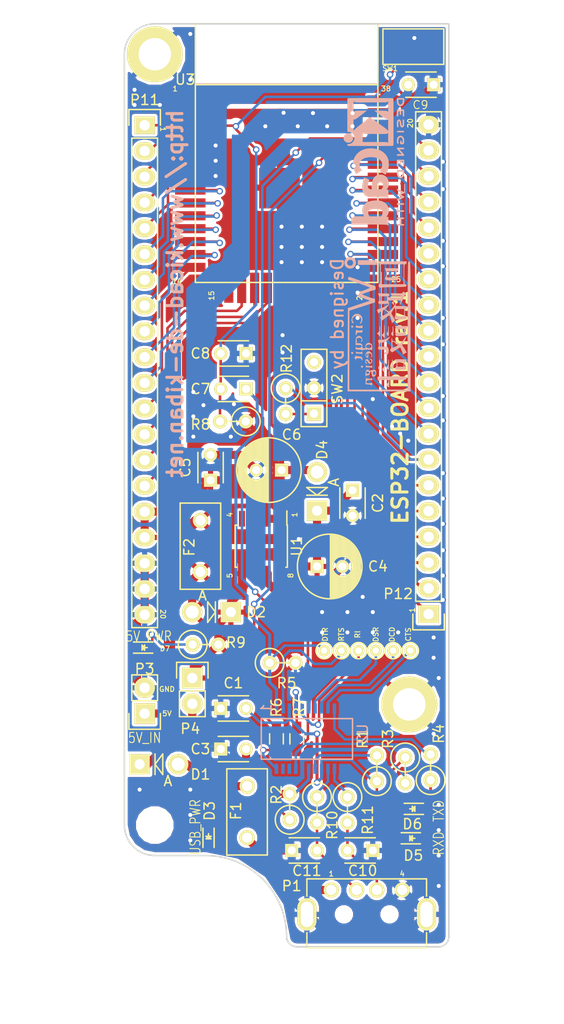
<source format=kicad_pcb>
(kicad_pcb (version 4) (host pcbnew 4.0.2-stable)
  (layers (0 F.Cu signal) (31 B.Cu signal) (34 B.Paste user) (35 F.Paste user) (36 B.SilkS user) (37 F.SilkS user hide) (38 B.Mask user) (39 F.Mask user) (44 Edge.Cuts user))
  (net 0 "")
  (net 1 GND)
  (net 2 +5V)
  (net 3 +5VD)
  (net 4 +3V3)
  (net 5 DTR)
  (net 6 EN)
  (net 7 "Net-(C10-Pad2)")
  (net 8 "Net-(C11-Pad2)")
  (net 9 "Net-(D1-Pad2)")
  (net 10 "Net-(D2-Pad2)")
  (net 11 "Net-(D3-Pad2)")
  (net 12 "Net-(D5-Pad1)")
  (net 13 "Net-(D6-Pad1)")
  (net 14 "Net-(D7-Pad2)")
  (net 15 "Net-(F1-Pad1)")
  (net 16 "Net-(F2-Pad1)")
  (net 17 RI)
  (net 18 DCD)
  (net 19 DSR)
  (net 20 CTS)
  (net 21 RTS)
  (net 22 SENSOR_VP)
  (net 23 SENSOR_VN)
  (net 24 IO34)
  (net 25 IO35)
  (net 26 IO32)
  (net 27 IO33)
  (net 28 IO25)
  (net 29 IO26)
  (net 30 IO27)
  (net 31 IO14)
  (net 32 IO12)
  (net 33 IO13)
  (net 34 SD2)
  (net 35 SD3)
  (net 36 CMD)
  (net 37 CLK)
  (net 38 SD0)
  (net 39 SD1)
  (net 40 IO15)
  (net 41 IO2)
  (net 42 IO0)
  (net 43 IO4)
  (net 44 IO16)
  (net 45 IO17)
  (net 46 IO5)
  (net 47 IO18)
  (net 48 IO19)
  (net 49 NC)
  (net 50 IO21)
  (net 51 ESP_RXD)
  (net 52 ESP_TXD)
  (net 53 IO22)
  (net 54 IO23)
  (net 55 "Net-(R1-Pad2)")
  (net 56 "Net-(R3-Pad2)")
  (net 57 "Net-(R4-Pad2)")
  (net 58 "Net-(R6-Pad2)")
  (net 59 "Net-(R7-Pad2)")
  (net 60 "Net-(R10-Pad1)")
  (net 61 "Net-(R11-Pad1)")
  (net 62 "Net-(R12-Pad2)")
  (net 63 +3.3VP)
  (module Connect:USB_A (layer F.Cu) (at 69.4 113.4)
    (fp_text reference P1 (at -3.9 -0.4) (layer F.SilkS))
    (fp_text value USB_A)
    (pad 4 thru_hole circle (at 7 0 270) (size 1.50114 1.50114) (drill 1.00076) (layers *.Cu *.Mask F.SilkS) (net 1 GND))
    (pad 3 thru_hole circle (at 4.5 0 270) (size 1.50114 1.50114) (drill 1.00076) (layers *.Cu *.Mask F.SilkS) (net 7 "Net-(C10-Pad2)"))
    (pad 2 thru_hole circle (at 2.5 0 270) (size 1.50114 1.50114) (drill 1.00076) (layers *.Cu *.Mask F.SilkS) (net 8 "Net-(C11-Pad2)"))
    (pad 1 thru_hole circle (at 0.00086 -0.00212 270) (size 1.50114 1.50114) (drill 1.00076) (layers *.Cu *.Mask F.SilkS) (net 15 "Net-(F1-Pad1)"))
    (pad 5 thru_hole oval (at 9.4 2.4 270) (size 3.2 1.9) (drill oval 2.5 1.2) (layers *.Cu *.Mask F.SilkS) (net 1 GND))
    (pad 5 thru_hole oval (at -2.4 2.4 270) (size 3.2 1.9) (drill oval 2.5 1.2) (layers *.Cu *.Mask F.SilkS) (net 1 GND))
    (pad "" np_thru_hole circle (at 1.25 2.4 270) (size 1.3 1.3) (drill 1.3) (layers *.Cu *.Mask F.SilkS))
    (pad "" np_thru_hole circle (at 5.75 2.4 270) (size 1.3 1.3) (drill 1.3) (layers *.Cu *.Mask F.SilkS))
  )
  (module Capacitors_ThroughHole:C_Disc_D3_P2.5 (layer F.Cu) (at 58.5 95.5)
    (fp_text reference C1 (at 1.25 -2.5) (layer F.SilkS))
    (fp_text value 0.1u)
    (pad 1 thru_hole rect (at 0 0) (size 1.3 1.3) (drill 0.8) (layers *.Cu *.Mask F.SilkS) (net 1 GND))
    (pad 2 thru_hole circle (at 2.5 0) (size 1.3 1.3) (drill 0.8001) (layers *.Cu *.Mask F.SilkS) (net 63 +3.3VP))
  )
  (module Capacitors_ThroughHole:C_Disc_D3_P2.5 (layer F.Cu) (at 71.5 74 270)
    (fp_text reference C2 (at 1.25 -2.5 270) (layer F.SilkS))
    (fp_text value 0.1u)
    (pad 1 thru_hole rect (at 0 0 270) (size 1.3 1.3) (drill 0.8) (layers *.Cu *.Mask F.SilkS) (net 2 +5V))
    (pad 2 thru_hole circle (at 2.5 0 270) (size 1.3 1.3) (drill 0.8001) (layers *.Cu *.Mask F.SilkS) (net 1 GND))
  )
  (module Capacitors_ThroughHole:C_Disc_D3_P2.5 (layer F.Cu) (at 58.5 99.5)
    (fp_text reference C3 (at -2 0) (layer F.SilkS))
    (fp_text value 0.1u)
    (pad 1 thru_hole rect (at 0 0) (size 1.3 1.3) (drill 0.8) (layers *.Cu *.Mask F.SilkS) (net 1 GND))
    (pad 2 thru_hole circle (at 2.5 0) (size 1.3 1.3) (drill 0.8001) (layers *.Cu *.Mask F.SilkS) (net 3 +5VD))
  )
  (module Capacitors_ThroughHole:C_Radial_D6.3_L11.2_P2.5 (layer F.Cu) (at 68 81.5)
    (fp_text reference C4 (at 6 0) (layer F.SilkS))
    (fp_text value 100u)
    (pad 2 thru_hole circle (at 2.5 0) (size 1.3 1.3) (drill 0.8) (layers *.Cu *.Mask F.SilkS) (net 1 GND))
    (pad 1 thru_hole rect (at 0 0) (size 1.3 1.3) (drill 0.8) (layers *.Cu *.Mask F.SilkS) (net 2 +5V))
  )
  (module Capacitors_ThroughHole:C_Disc_D3_P2.5 (layer F.Cu) (at 57.5 73 90)
    (fp_text reference C5 (at 1.25 -2.5 90) (layer F.SilkS))
    (fp_text value 0.1u)
    (pad 1 thru_hole rect (at 0 0 90) (size 1.3 1.3) (drill 0.8) (layers *.Cu *.Mask F.SilkS) (net 4 +3V3))
    (pad 2 thru_hole circle (at 2.5 0 90) (size 1.3 1.3) (drill 0.8001) (layers *.Cu *.Mask F.SilkS) (net 1 GND))
  )
  (module Capacitors_ThroughHole:C_Radial_D6.3_L11.2_P2.5 (layer F.Cu) (at 64.5 72 180)
    (fp_text reference C6 (at -1 3.5 180) (layer F.SilkS))
    (fp_text value 100u)
    (pad 2 thru_hole circle (at 2.5 0 180) (size 1.3 1.3) (drill 0.8) (layers *.Cu *.Mask F.SilkS) (net 1 GND))
    (pad 1 thru_hole rect (at 0 0 180) (size 1.3 1.3) (drill 0.8) (layers *.Cu *.Mask F.SilkS) (net 4 +3V3))
  )
  (module Capacitors_ThroughHole:C_Disc_D3_P2.5 (layer F.Cu) (at 61 64 180)
    (fp_text reference C7 (at 4.5 0 180) (layer F.SilkS))
    (fp_text value 0.1u)
    (pad 1 thru_hole rect (at 0 0 180) (size 1.3 1.3) (drill 0.8) (layers *.Cu *.Mask F.SilkS) (net 5 DTR))
    (pad 2 thru_hole circle (at 2.5 0 180) (size 1.3 1.3) (drill 0.8001) (layers *.Cu *.Mask F.SilkS) (net 6 EN))
  )
  (module Capacitors_ThroughHole:C_Disc_D3_P2.5 (layer F.Cu) (at 61 60.5 180)
    (fp_text reference C8 (at 4.5 0 180) (layer F.SilkS))
    (fp_text value 0.1u)
    (pad 1 thru_hole rect (at 0 0 180) (size 1.3 1.3) (drill 0.8) (layers *.Cu *.Mask F.SilkS) (net 1 GND))
    (pad 2 thru_hole circle (at 2.5 0 180) (size 1.3 1.3) (drill 0.8001) (layers *.Cu *.Mask F.SilkS) (net 6 EN))
  )
  (module Capacitors_ThroughHole:C_Disc_D3_P2.5 (layer F.Cu) (at 79.5 34 180)
    (fp_text reference C9 (at 1.3 -2 180) (layer F.SilkS) (effects (font (size 0.8 0.8) (thickness 0.1))))
    (fp_text value 0.1u)
    (pad 1 thru_hole rect (at 0 0 180) (size 1.3 1.3) (drill 0.8) (layers *.Cu *.Mask F.SilkS) (net 1 GND))
    (pad 2 thru_hole circle (at 2.5 0 180) (size 1.3 1.3) (drill 0.8001) (layers *.Cu *.Mask F.SilkS) (net 4 +3V3))
  )
  (module Capacitors_ThroughHole:C_Disc_D3_P2.5 (layer F.Cu) (at 73.5 109.5 180)
    (fp_text reference C10 (at 1 -2 180) (layer F.SilkS))
    (fp_text value 47p)
    (pad 1 thru_hole rect (at 0 0 180) (size 1.3 1.3) (drill 0.8) (layers *.Cu *.Mask F.SilkS) (net 1 GND))
    (pad 2 thru_hole circle (at 2.5 0 180) (size 1.3 1.3) (drill 0.8001) (layers *.Cu *.Mask F.SilkS) (net 7 "Net-(C10-Pad2)"))
  )
  (module Capacitors_ThroughHole:C_Disc_D3_P2.5 (layer F.Cu) (at 65.5 109.5)
    (fp_text reference C11 (at 1.5 2) (layer F.SilkS))
    (fp_text value 47p)
    (pad 1 thru_hole rect (at 0 0) (size 1.3 1.3) (drill 0.8) (layers *.Cu *.Mask F.SilkS) (net 1 GND))
    (pad 2 thru_hole circle (at 2.5 0) (size 1.3 1.3) (drill 0.8001) (layers *.Cu *.Mask F.SilkS) (net 8 "Net-(C11-Pad2)"))
  )
  (module Diodes_ThroughHole:Diode_DO-41_SOD81_Vertical_AnodeUp (layer F.Cu) (at 50.5 101)
    (fp_text reference D1 (at 6 1) (layer F.SilkS))
    (fp_text value D)
    (fp_text user A (at 2.794 1.651) (layer F.SilkS))
    (pad 2 thru_hole circle (at 3.81 0) (size 1.99898 1.99898) (drill 1.27) (layers *.Cu *.Mask F.SilkS) (net 9 "Net-(D1-Pad2)"))
    (pad 1 thru_hole rect (at 0 0) (size 1.99898 1.99898) (drill 1.00076) (layers *.Cu *.Mask F.SilkS) (net 3 +5VD))
  )
  (module Diodes_ThroughHole:Diode_DO-41_SOD81_Vertical_AnodeUp (layer F.Cu) (at 59.5 86 180)
    (fp_text reference D2 (at -2.5 0 180) (layer F.SilkS))
    (fp_text value D)
    (fp_text user A (at 2.794 1.651 180) (layer F.SilkS))
    (pad 2 thru_hole circle (at 3.81 0 180) (size 1.99898 1.99898) (drill 1.27) (layers *.Cu *.Mask F.SilkS) (net 10 "Net-(D2-Pad2)"))
    (pad 1 thru_hole rect (at 0 0 180) (size 1.99898 1.99898) (drill 1.00076) (layers *.Cu *.Mask F.SilkS) (net 2 +5V))
  )
  (module LEDs:LED_0603 (layer F.Cu) (at 57.3 108.1 90)
    (fp_text reference D3 (at 2.5 0.1 90) (layer F.SilkS))
    (fp_text value LED)
    (pad 2 smd rect (at 0.7493 0 270) (size 0.79756 0.79756) (layers F.Cu F.Paste F.Mask) (net 11 "Net-(D3-Pad2)"))
    (pad 1 smd rect (at -0.7493 0 270) (size 0.79756 0.79756) (layers F.Cu F.Paste F.Mask) (net 1 GND))
  )
  (module Diodes_ThroughHole:Diode_DO-41_SOD81_Vertical_AnodeUp (layer F.Cu) (at 68 76 90)
    (fp_text reference D4 (at 6 0.5 90) (layer F.SilkS))
    (fp_text value D_Schottky)
    (fp_text user A (at 2.794 1.651 90) (layer F.SilkS))
    (pad 2 thru_hole circle (at 3.81 0 90) (size 1.99898 1.99898) (drill 1.27) (layers *.Cu *.Mask F.SilkS) (net 4 +3V3))
    (pad 1 thru_hole rect (at 0 0 90) (size 1.99898 1.99898) (drill 1.00076) (layers *.Cu *.Mask F.SilkS) (net 2 +5V))
  )
  (module LEDs:LED_0603 (layer F.Cu) (at 77.4 108.3)
    (fp_text reference D5 (at 0.1 1.7) (layer F.SilkS))
    (fp_text value LED)
    (pad 2 smd rect (at 0.7493 0 180) (size 0.79756 0.79756) (layers F.Cu F.Paste F.Mask) (net 63 +3.3VP))
    (pad 1 smd rect (at -0.7493 0 180) (size 0.79756 0.79756) (layers F.Cu F.Paste F.Mask) (net 12 "Net-(D5-Pad1)"))
  )
  (module LEDs:LED_0603 (layer F.Cu) (at 77.4 105.4 180)
    (fp_text reference D6 (at 0 -1.5 180) (layer F.SilkS))
    (fp_text value LED)
    (pad 2 smd rect (at 0.7493 0) (size 0.79756 0.79756) (layers F.Cu F.Paste F.Mask) (net 63 +3.3VP))
    (pad 1 smd rect (at -0.7493 0) (size 0.79756 0.79756) (layers F.Cu F.Paste F.Mask) (net 13 "Net-(D6-Pad1)"))
  )
  (module LEDs:LED_0603 (layer F.Cu) (at 51 89.5)
    (fp_text reference D7 (at 2 0.1) (layer F.SilkS) (effects (font (size 0.5 0.5) (thickness 0.1))))
    (fp_text value LED)
    (pad 2 smd rect (at 0.7493 0 180) (size 0.79756 0.79756) (layers F.Cu F.Paste F.Mask) (net 14 "Net-(D7-Pad2)"))
    (pad 1 smd rect (at -0.7493 0 180) (size 0.79756 0.79756) (layers F.Cu F.Paste F.Mask) (net 1 GND))
  )
  (module Fuse_Holders_and_Fuses:Fuse_TE5_Littlefuse-395Series (layer F.Cu) (at 61.1 105.7 90)
    (fp_text reference F1 (at 0.1 -1.1 90) (layer F.SilkS))
    (fp_text value FUSE)
    (pad 1 thru_hole circle (at -2.54 0 90) (size 1.50114 1.50114) (drill 1.00076) (layers *.Cu *.Mask F.SilkS) (net 15 "Net-(F1-Pad1)"))
    (pad 2 thru_hole circle (at 2.54 0.01016 90) (size 1.50114 1.50114) (drill 1.00076) (layers *.Cu *.Mask F.SilkS) (net 9 "Net-(D1-Pad2)"))
  )
  (module Fuse_Holders_and_Fuses:Fuse_TE5_Littlefuse-395Series (layer F.Cu) (at 56.5 79.5 270)
    (fp_text reference F2 (at 0.1 1.1 270) (layer F.SilkS))
    (fp_text value FUSE)
    (pad 1 thru_hole circle (at -2.54 0 270) (size 1.50114 1.50114) (drill 1.00076) (layers *.Cu *.Mask F.SilkS) (net 16 "Net-(F2-Pad1)"))
    (pad 2 thru_hole circle (at 2.54 0.01016 270) (size 1.50114 1.50114) (drill 1.00076) (layers *.Cu *.Mask F.SilkS) (net 10 "Net-(D2-Pad2)"))
  )
  (module Pin_Headers:Pin_Header_Straight_1x02 (layer F.Cu) (at 51 96 180)
    (fp_text reference P3 (at 0 4.4 180) (layer F.SilkS))
    (fp_text value CONN_01X02)
    (pad 1 thru_hole rect (at 0 0 180) (size 2.032 2.032) (drill 1.016) (layers *.Cu *.Mask F.SilkS) (net 16 "Net-(F2-Pad1)"))
    (pad 2 thru_hole oval (at 0 2.54 180) (size 2.032 2.032) (drill 1.016) (layers *.Cu *.Mask F.SilkS) (net 1 GND))
  )
  (module Pin_Headers:Pin_Header_Straight_1x02 (layer F.Cu) (at 55.7 92.5)
    (fp_text reference P4 (at -0.2 5) (layer F.SilkS))
    (fp_text value CONN_01X02)
    (pad 1 thru_hole rect (at 0 0) (size 2.032 2.032) (drill 1.016) (layers *.Cu *.Mask F.SilkS) (net 2 +5V))
    (pad 2 thru_hole oval (at 0 2.54) (size 2.032 2.032) (drill 1.016) (layers *.Cu *.Mask F.SilkS) (net 3 +5VD))
  )
  (module Pin_Headers:Pin_Header_Straight_1x20 (layer F.Cu) (at 51 38)
    (fp_text reference P11 (at 0 -2.5) (layer F.SilkS))
    (fp_text value CONN_01X20)
    (pad 1 thru_hole rect (at 0 0) (size 2.032 1.7272) (drill 1.016) (layers *.Cu *.Mask F.SilkS) (net 6 EN))
    (pad 2 thru_hole oval (at 0 2.54) (size 2.032 1.7272) (drill 1.016) (layers *.Cu *.Mask F.SilkS) (net 22 SENSOR_VP))
    (pad 3 thru_hole oval (at 0 5.08) (size 2.032 1.7272) (drill 1.016) (layers *.Cu *.Mask F.SilkS) (net 23 SENSOR_VN))
    (pad 4 thru_hole oval (at 0 7.62) (size 2.032 1.7272) (drill 1.016) (layers *.Cu *.Mask F.SilkS) (net 24 IO34))
    (pad 5 thru_hole oval (at 0 10.16) (size 2.032 1.7272) (drill 1.016) (layers *.Cu *.Mask F.SilkS) (net 25 IO35))
    (pad 6 thru_hole oval (at 0 12.7) (size 2.032 1.7272) (drill 1.016) (layers *.Cu *.Mask F.SilkS) (net 26 IO32))
    (pad 7 thru_hole oval (at 0 15.24) (size 2.032 1.7272) (drill 1.016) (layers *.Cu *.Mask F.SilkS) (net 27 IO33))
    (pad 8 thru_hole oval (at 0 17.78) (size 2.032 1.7272) (drill 1.016) (layers *.Cu *.Mask F.SilkS) (net 28 IO25))
    (pad 9 thru_hole oval (at 0 20.32) (size 2.032 1.7272) (drill 1.016) (layers *.Cu *.Mask F.SilkS) (net 29 IO26))
    (pad 10 thru_hole oval (at 0 22.86) (size 2.032 1.7272) (drill 1.016) (layers *.Cu *.Mask F.SilkS) (net 30 IO27))
    (pad 11 thru_hole oval (at 0 25.4) (size 2.032 1.7272) (drill 1.016) (layers *.Cu *.Mask F.SilkS) (net 31 IO14))
    (pad 12 thru_hole oval (at 0 27.94) (size 2.032 1.7272) (drill 1.016) (layers *.Cu *.Mask F.SilkS) (net 32 IO12))
    (pad 13 thru_hole oval (at 0 30.48) (size 2.032 1.7272) (drill 1.016) (layers *.Cu *.Mask F.SilkS) (net 33 IO13))
    (pad 14 thru_hole oval (at 0 33.02) (size 2.032 1.7272) (drill 1.016) (layers *.Cu *.Mask F.SilkS) (net 34 SD2))
    (pad 15 thru_hole oval (at 0 35.56) (size 2.032 1.7272) (drill 1.016) (layers *.Cu *.Mask F.SilkS) (net 35 SD3))
    (pad 16 thru_hole oval (at 0 38.1) (size 2.032 1.7272) (drill 1.016) (layers *.Cu *.Mask F.SilkS) (net 4 +3V3))
    (pad 17 thru_hole oval (at 0 40.64) (size 2.032 1.7272) (drill 1.016) (layers *.Cu *.Mask F.SilkS) (net 4 +3V3))
    (pad 18 thru_hole oval (at 0 43.18) (size 2.032 1.7272) (drill 1.016) (layers *.Cu *.Mask F.SilkS) (net 1 GND))
    (pad 19 thru_hole oval (at 0 45.72) (size 2.032 1.7272) (drill 1.016) (layers *.Cu *.Mask F.SilkS) (net 1 GND))
    (pad 20 thru_hole oval (at 0 48.26) (size 2.032 1.7272) (drill 1.016) (layers *.Cu *.Mask F.SilkS) (net 1 GND))
  )
  (module Pin_Headers:Pin_Header_Straight_1x20 (layer F.Cu) (at 79 86.2 180)
    (fp_text reference P12 (at 3 2 180) (layer F.SilkS))
    (fp_text value CONN_01X20)
    (pad 1 thru_hole rect (at 0 0 180) (size 2.032 1.7272) (drill 1.016) (layers *.Cu *.Mask F.SilkS) (net 36 CMD))
    (pad 2 thru_hole oval (at 0 2.54 180) (size 2.032 1.7272) (drill 1.016) (layers *.Cu *.Mask F.SilkS) (net 37 CLK))
    (pad 3 thru_hole oval (at 0 5.08 180) (size 2.032 1.7272) (drill 1.016) (layers *.Cu *.Mask F.SilkS) (net 38 SD0))
    (pad 4 thru_hole oval (at 0 7.62 180) (size 2.032 1.7272) (drill 1.016) (layers *.Cu *.Mask F.SilkS) (net 39 SD1))
    (pad 5 thru_hole oval (at 0 10.16 180) (size 2.032 1.7272) (drill 1.016) (layers *.Cu *.Mask F.SilkS) (net 40 IO15))
    (pad 6 thru_hole oval (at 0 12.7 180) (size 2.032 1.7272) (drill 1.016) (layers *.Cu *.Mask F.SilkS) (net 41 IO2))
    (pad 7 thru_hole oval (at 0 15.24 180) (size 2.032 1.7272) (drill 1.016) (layers *.Cu *.Mask F.SilkS) (net 42 IO0))
    (pad 8 thru_hole oval (at 0 17.78 180) (size 2.032 1.7272) (drill 1.016) (layers *.Cu *.Mask F.SilkS) (net 43 IO4))
    (pad 9 thru_hole oval (at 0 20.32 180) (size 2.032 1.7272) (drill 1.016) (layers *.Cu *.Mask F.SilkS) (net 44 IO16))
    (pad 10 thru_hole oval (at 0 22.86 180) (size 2.032 1.7272) (drill 1.016) (layers *.Cu *.Mask F.SilkS) (net 45 IO17))
    (pad 11 thru_hole oval (at 0 25.4 180) (size 2.032 1.7272) (drill 1.016) (layers *.Cu *.Mask F.SilkS) (net 46 IO5))
    (pad 12 thru_hole oval (at 0 27.94 180) (size 2.032 1.7272) (drill 1.016) (layers *.Cu *.Mask F.SilkS) (net 47 IO18))
    (pad 13 thru_hole oval (at 0 30.48 180) (size 2.032 1.7272) (drill 1.016) (layers *.Cu *.Mask F.SilkS) (net 48 IO19))
    (pad 14 thru_hole oval (at 0 33.02 180) (size 2.032 1.7272) (drill 1.016) (layers *.Cu *.Mask F.SilkS) (net 49 NC))
    (pad 15 thru_hole oval (at 0 35.56 180) (size 2.032 1.7272) (drill 1.016) (layers *.Cu *.Mask F.SilkS) (net 50 IO21))
    (pad 16 thru_hole oval (at 0 38.1 180) (size 2.032 1.7272) (drill 1.016) (layers *.Cu *.Mask F.SilkS) (net 51 ESP_RXD))
    (pad 17 thru_hole oval (at 0 40.64 180) (size 2.032 1.7272) (drill 1.016) (layers *.Cu *.Mask F.SilkS) (net 52 ESP_TXD))
    (pad 18 thru_hole oval (at 0 43.18 180) (size 2.032 1.7272) (drill 1.016) (layers *.Cu *.Mask F.SilkS) (net 53 IO22))
    (pad 19 thru_hole oval (at 0 45.72 180) (size 2.032 1.7272) (drill 1.016) (layers *.Cu *.Mask F.SilkS) (net 54 IO23))
    (pad 20 thru_hole oval (at 0 48.26 180) (size 2.032 1.7272) (drill 1.016) (layers *.Cu *.Mask F.SilkS) (net 1 GND))
  )
  (module Resistors_SMD:R_0603_HandSoldering (layer F.Cu) (at 64 98.5 270)
    (fp_text reference R6 (at -3.1 0 270) (layer F.SilkS))
    (fp_text value 0)
    (pad 1 smd rect (at -1.1 0 270) (size 1.2 0.9) (layers F.Cu F.Paste F.Mask) (net 51 ESP_RXD))
    (pad 2 smd rect (at 1.1 0 270) (size 1.2 0.9) (layers F.Cu F.Paste F.Mask) (net 58 "Net-(R6-Pad2)"))
  )
  (module Resistors_SMD:R_0603_HandSoldering (layer F.Cu) (at 66 98.5 90)
    (fp_text reference R7 (at 3.1 0.2 90) (layer F.SilkS))
    (fp_text value 0)
    (pad 1 smd rect (at -1.1 0 90) (size 1.2 0.9) (layers F.Cu F.Paste F.Mask) (net 52 ESP_TXD))
    (pad 2 smd rect (at 1.1 0 90) (size 1.2 0.9) (layers F.Cu F.Paste F.Mask) (net 59 "Net-(R7-Pad2)"))
  )
  (module Discret:R1 (layer F.Cu) (at 68 105.5 270)
    (fp_text reference R10 (at 1.5 -1.5 270) (layer F.SilkS))
    (fp_text value 27)
    (pad 1 thru_hole circle (at -1.27 0 270) (size 1.397 1.397) (drill 0.8128) (layers *.Cu *.Mask F.SilkS) (net 60 "Net-(R10-Pad1)"))
    (pad 2 thru_hole circle (at 1.27 0 270) (size 1.397 1.397) (drill 0.8128) (layers *.Cu *.Mask F.SilkS) (net 8 "Net-(C11-Pad2)"))
  )
  (module Discret:R1 (layer F.Cu) (at 71 105.5 270)
    (fp_text reference R11 (at 1 -2 270) (layer F.SilkS))
    (fp_text value 27)
    (pad 1 thru_hole circle (at -1.27 0 270) (size 1.397 1.397) (drill 0.8128) (layers *.Cu *.Mask F.SilkS) (net 61 "Net-(R11-Pad1)"))
    (pad 2 thru_hole circle (at 1.27 0 270) (size 1.397 1.397) (drill 0.8128) (layers *.Cu *.Mask F.SilkS) (net 7 "Net-(C10-Pad2)"))
  )
  (module Buttons_Switches_ThroughHole:SW_Micro_SPST (layer F.Cu) (at 67.7 63.9 90)
    (fp_text reference SW2 (at -0.1 2.3 90) (layer F.SilkS))
    (fp_text value SPST)
    (pad 1 thru_hole rect (at -2.54 0 90) (size 1.397 1.397) (drill 0.8128) (layers *.Cu *.Mask F.SilkS) (net 62 "Net-(R12-Pad2)"))
    (pad 2 thru_hole circle (at 0 0 90) (size 1.397 1.397) (drill 0.8128) (layers *.Cu *.Mask F.SilkS) (net 1 GND))
    (pad 3 thru_hole circle (at 2.54 0 90) (size 1.397 1.397) (drill 0.8128) (layers *.Cu *.Mask F.SilkS))
  )
  (module Housings_SOIC:SOIC-8_3.9x4.9mm_Pitch1.27mm (layer F.Cu) (at 62.5 79.5 270)
    (fp_text reference U1 (at 0 -3.5 270) (layer F.SilkS))
    (fp_text value LT1963A_3.3V)
    (pad 1 smd rect (at -2.7 -1.905 270) (size 1.55 0.6) (layers F.Cu F.Paste F.Mask) (net 4 +3V3))
    (pad 2 smd rect (at -2.7 -0.635 270) (size 1.55 0.6) (layers F.Cu F.Paste F.Mask) (net 4 +3V3))
    (pad 3 smd rect (at -2.7 0.635 270) (size 1.55 0.6) (layers F.Cu F.Paste F.Mask) (net 1 GND))
    (pad 4 smd rect (at -2.7 1.905 270) (size 1.55 0.6) (layers F.Cu F.Paste F.Mask))
    (pad 5 smd rect (at 2.7 1.905 270) (size 1.55 0.6) (layers F.Cu F.Paste F.Mask) (net 2 +5V))
    (pad 6 smd rect (at 2.7 0.635 270) (size 1.55 0.6) (layers F.Cu F.Paste F.Mask) (net 1 GND))
    (pad 7 smd rect (at 2.7 -0.635 270) (size 1.55 0.6) (layers F.Cu F.Paste F.Mask) (net 1 GND))
    (pad 8 smd rect (at 2.7 -1.905 270) (size 1.55 0.6) (layers F.Cu F.Paste F.Mask) (net 2 +5V))
  )
  (module userlib:FT321X_SSOP (layer B.Cu) (at 64 95.5 270)
    (fp_text reference U2 (at 2.5 -8.5 270) (layer B.SilkS) (effects (justify mirror)))
    (fp_text value FT231X)
    (fp_text user 1 (at 0 1 270) (layer B.SilkS) (effects (justify mirror)))
    (pad 1 smd rect (at 0 0 270) (size 1 0.35) (layers B.Cu B.Paste B.Mask) (net 5 DTR))
    (pad 2 smd rect (at 0 -0.65 270) (size 1 0.35) (layers B.Cu B.Paste B.Mask) (net 21 RTS))
    (pad 3 smd rect (at 0 -1.27 270) (size 1 0.35) (layers B.Cu B.Paste B.Mask) (net 63 +3.3VP))
    (pad 4 smd rect (at 0 -1.905 270) (size 1 0.35) (layers B.Cu B.Paste B.Mask) (net 59 "Net-(R7-Pad2)"))
    (pad 5 smd rect (at 0 -2.54 270) (size 1 0.35) (layers B.Cu B.Paste B.Mask) (net 17 RI))
    (pad 6 smd rect (at 0 -3.175 270) (size 1 0.35) (layers B.Cu B.Paste B.Mask) (net 1 GND))
    (pad 7 smd rect (at 0 -3.81 270) (size 1 0.35) (layers B.Cu B.Paste B.Mask) (net 19 DSR))
    (pad 8 smd rect (at 0 -4.445 270) (size 1 0.35) (layers B.Cu B.Paste B.Mask) (net 18 DCD))
    (pad 9 smd rect (at 0 -5.08 270) (size 1 0.35) (layers B.Cu B.Paste B.Mask) (net 20 CTS))
    (pad 10 smd rect (at 0 -5.715 270) (size 1 0.35) (layers B.Cu B.Paste B.Mask) (net 57 "Net-(R4-Pad2)"))
    (pad 11 smd rect (at 5.95 -5.715 270) (size 1 0.35) (layers B.Cu B.Paste B.Mask) (net 61 "Net-(R11-Pad1)"))
    (pad 12 smd rect (at 5.95 -5.08 270) (size 1 0.35) (layers B.Cu B.Paste B.Mask) (net 60 "Net-(R10-Pad1)"))
    (pad 13 smd rect (at 5.95 -4.445 270) (size 1 0.35) (layers B.Cu B.Paste B.Mask) (net 63 +3.3VP))
    (pad 14 smd rect (at 5.95 -3.81 270) (size 1 0.35) (layers B.Cu B.Paste B.Mask) (net 55 "Net-(R1-Pad2)"))
    (pad 15 smd rect (at 5.95 -3.175 270) (size 1 0.35) (layers B.Cu B.Paste B.Mask) (net 3 +5VD))
    (pad 16 smd rect (at 5.95 -2.54 270) (size 1 0.35) (layers B.Cu B.Paste B.Mask) (net 1 GND))
    (pad 17 smd rect (at 5.95 -1.905 270) (size 1 0.35) (layers B.Cu B.Paste B.Mask) (net 56 "Net-(R3-Pad2)"))
    (pad 18 smd rect (at 5.95 -1.27 270) (size 1 0.35) (layers B.Cu B.Paste B.Mask))
    (pad 19 smd rect (at 5.95 -0.635 270) (size 1 0.35) (layers B.Cu B.Paste B.Mask))
    (pad 20 smd rect (at 5.95 0 270) (size 1 0.35) (layers B.Cu B.Paste B.Mask) (net 58 "Net-(R6-Pad2)"))
  )
  (module userlib:ESP-WROOM-32 (layer F.Cu) (at 56 35.5)
    (fp_text reference U3 (at -1 -2) (layer F.SilkS))
    (fp_text value ESP-WROOM-32)
    (pad 1 smd rect (at -0.5 0) (size 3 0.9) (layers F.Cu F.Paste F.Mask) (net 1 GND))
    (pad 2 smd rect (at -0.5 1.27) (size 3 0.9) (layers F.Cu F.Paste F.Mask) (net 4 +3V3))
    (pad 3 smd rect (at -0.5 2.54) (size 3 0.9) (layers F.Cu F.Paste F.Mask) (net 6 EN))
    (pad 4 smd rect (at -0.5 3.81) (size 3 0.9) (layers F.Cu F.Paste F.Mask) (net 22 SENSOR_VP))
    (pad 5 smd rect (at -0.5 5.08) (size 3 0.9) (layers F.Cu F.Paste F.Mask) (net 23 SENSOR_VN))
    (pad 6 smd rect (at -0.5 6.35) (size 3 0.9) (layers F.Cu F.Paste F.Mask) (net 24 IO34))
    (pad 7 smd rect (at -0.5 7.62) (size 3 0.9) (layers F.Cu F.Paste F.Mask) (net 25 IO35))
    (pad 8 smd rect (at -0.5 8.89) (size 3 0.9) (layers F.Cu F.Paste F.Mask) (net 26 IO32))
    (pad 9 smd rect (at -0.5 10.16) (size 3 0.9) (layers F.Cu F.Paste F.Mask) (net 27 IO33))
    (pad 10 smd rect (at -0.5 11.43) (size 3 0.9) (layers F.Cu F.Paste F.Mask) (net 28 IO25))
    (pad 11 smd rect (at -0.5 12.7) (size 3 0.9) (layers F.Cu F.Paste F.Mask) (net 29 IO26))
    (pad 12 smd rect (at -0.5 13.97) (size 3 0.9) (layers F.Cu F.Paste F.Mask) (net 30 IO27))
    (pad 13 smd rect (at -0.5 15.24) (size 3 0.9) (layers F.Cu F.Paste F.Mask) (net 31 IO14))
    (pad 14 smd rect (at -0.5 16.51) (size 3 0.9) (layers F.Cu F.Paste F.Mask) (net 32 IO12))
    (pad 15 smd rect (at 3.3 18.5) (size 0.9 3) (layers F.Cu F.Paste F.Mask) (net 1 GND))
    (pad 16 smd rect (at 4.572 18.534) (size 0.9 3) (layers F.Cu F.Paste F.Mask) (net 33 IO13))
    (pad 17 smd rect (at 5.842 18.534) (size 0.9 3) (layers F.Cu F.Paste F.Mask) (net 34 SD2))
    (pad 18 smd rect (at 7.112 18.534) (size 0.9 3) (layers F.Cu F.Paste F.Mask) (net 35 SD3))
    (pad 19 smd rect (at 8.382 18.534) (size 0.9 3) (layers F.Cu F.Paste F.Mask) (net 36 CMD))
    (pad 20 smd rect (at 9.652 18.534) (size 0.9 3) (layers F.Cu F.Paste F.Mask) (net 37 CLK))
    (pad 21 smd rect (at 10.922 18.534) (size 0.9 3) (layers F.Cu F.Paste F.Mask) (net 38 SD0))
    (pad 22 smd rect (at 12.192 18.534) (size 0.9 3) (layers F.Cu F.Paste F.Mask) (net 39 SD1))
    (pad 23 smd rect (at 13.462 18.534) (size 0.9 3) (layers F.Cu F.Paste F.Mask) (net 40 IO15))
    (pad 24 smd rect (at 14.732 18.534) (size 0.9 3) (layers F.Cu F.Paste F.Mask) (net 41 IO2))
    (pad 25 smd rect (at 18.5 16.51) (size 3 0.9) (layers F.Cu F.Paste F.Mask) (net 42 IO0))
    (pad 26 smd rect (at 18.5 15.24) (size 3 0.9) (layers F.Cu F.Paste F.Mask) (net 43 IO4))
    (pad 27 smd rect (at 18.5 13.97) (size 3 0.9) (layers F.Cu F.Paste F.Mask) (net 44 IO16))
    (pad 28 smd rect (at 18.5 12.7) (size 3 0.9) (layers F.Cu F.Paste F.Mask) (net 45 IO17))
    (pad 29 smd rect (at 18.5 11.43) (size 3 0.9) (layers F.Cu F.Paste F.Mask) (net 46 IO5))
    (pad 30 smd rect (at 18.5 10.16) (size 3 0.9) (layers F.Cu F.Paste F.Mask) (net 47 IO18))
    (pad 31 smd rect (at 18.5 8.89) (size 3 0.9) (layers F.Cu F.Paste F.Mask) (net 48 IO19))
    (pad 32 smd rect (at 18.5 7.62) (size 3 0.9) (layers F.Cu F.Paste F.Mask) (net 49 NC))
    (pad 33 smd rect (at 18.5 6.35) (size 3 0.9) (layers F.Cu F.Paste F.Mask) (net 50 IO21))
    (pad 34 smd rect (at 18.5 5.08) (size 3 0.9) (layers F.Cu F.Paste F.Mask) (net 51 ESP_RXD))
    (pad 35 smd rect (at 18.5 3.81) (size 3 0.9) (layers F.Cu F.Paste F.Mask) (net 52 ESP_TXD))
    (pad 36 smd rect (at 18.5 2.54) (size 3 0.9) (layers F.Cu F.Paste F.Mask) (net 53 IO22))
    (pad 37 smd rect (at 18.5 1.27) (size 3 0.9) (layers F.Cu F.Paste F.Mask) (net 54 IO23))
    (pad 38 smd rect (at 18.5 0) (size 3 0.9) (layers F.Cu F.Paste F.Mask) (net 1 GND))
    (pad 1 smd rect (at 8.3 8.7) (size 4 4) (layers F.Cu F.Paste F.Mask) (net 1 GND))
  )
  (module userlib:ALPS_SMD_SW (layer F.Cu) (at 76 29.5)
    (fp_text reference SW1 (at -0.8 2.9) (layer F.SilkS) (effects (font (size 0.5 0.5) (thickness 0.1))))
    (fp_text value SW_PUSH)
    (pad 1 smd rect (at 0 0) (size 1.05 0.65) (drill (offset -0.525 -0.325)) (layers F.Cu F.Paste F.Mask) (net 1 GND))
    (pad 1 smd rect (at 3.1 0) (size 1.05 0.65) (drill (offset 0.525 -0.325)) (layers F.Cu F.Paste F.Mask) (net 1 GND))
    (pad 2 smd rect (at 0 1.5) (size 1.05 0.65) (drill (offset -0.525 0.325)) (layers F.Cu F.Paste F.Mask) (net 6 EN))
    (pad 2 smd rect (at 3.1 1.5) (size 1.05 0.65) (drill (offset 0.525 0.325)) (layers F.Cu F.Paste F.Mask) (net 6 EN))
  )
  (module Mounting_Holes:MountingHole_3.2mm_M3 (layer F.Cu) (at 52 107)
    (fp_text reference REF** hide)
    (fp_text value MountingHole_3.2mm_M3)
    (pad 1 np_thru_hole circle (at 0 0) (size 3.2 3.2) (drill 3.2) (layers *.Cu *.Mask F.SilkS))
  )
  (module Mounting_Holes:MountingHole_3.2mm_M3_ISO14580_Pad (layer F.Cu) (at 77.1 95.1)
    (fp_text reference REF** hide)
    (fp_text value MountingHole_3.2mm_M3_ISO14580_Pad)
    (pad 1 thru_hole circle (at 0 0) (size 5.5 5.5) (drill 3.2) (layers *.Cu *.Mask F.SilkS) (net 1 GND))
  )
  (module Mounting_Holes:MountingHole_3.2mm_M3_ISO14580_Pad (layer F.Cu) (at 52 31)
    (fp_text reference REF** hide)
    (fp_text value MountingHole_3.2mm_M3_ISO14580_Pad)
    (pad 1 thru_hole circle (at 0 0) (size 5.5 5.5) (drill 3.2) (layers *.Cu *.Mask F.SilkS) (net 1 GND))
  )
  (module Discret:R1 (layer F.Cu) (at 76.7 101.6 270)
    (fp_text reference R3 (at -3.1 1.7 270) (layer F.SilkS))
    (fp_text value 1k)
    (pad 1 thru_hole circle (at -1.27 0 270) (size 1.397 1.397) (drill 0.8128) (layers *.Cu *.Mask F.SilkS) (net 12 "Net-(D5-Pad1)"))
    (pad 2 thru_hole circle (at 1.27 0 270) (size 1.397 1.397) (drill 0.8128) (layers *.Cu *.Mask F.SilkS) (net 56 "Net-(R3-Pad2)"))
  )
  (module Discret:R1 (layer F.Cu) (at 79.2 101.3 90)
    (fp_text reference R4 (at 3.3 0.8 90) (layer F.SilkS))
    (fp_text value 1k)
    (pad 1 thru_hole circle (at -1.27 0 90) (size 1.397 1.397) (drill 0.8128) (layers *.Cu *.Mask F.SilkS) (net 13 "Net-(D6-Pad1)"))
    (pad 2 thru_hole circle (at 1.27 0 90) (size 1.397 1.397) (drill 0.8128) (layers *.Cu *.Mask F.SilkS) (net 57 "Net-(R4-Pad2)"))
  )
  (module Discret:R1 (layer F.Cu) (at 73.9 101.4 90)
    (fp_text reference R1 (at 2.9 -1.4 90) (layer F.SilkS))
    (fp_text value 10k)
    (pad 1 thru_hole circle (at -1.27 0 90) (size 1.397 1.397) (drill 0.8128) (layers *.Cu *.Mask F.SilkS) (net 63 +3.3VP))
    (pad 2 thru_hole circle (at 1.27 0 90) (size 1.397 1.397) (drill 0.8128) (layers *.Cu *.Mask F.SilkS) (net 55 "Net-(R1-Pad2)"))
  )
  (module Discret:R1 (layer F.Cu) (at 65.3 105.2 90)
    (fp_text reference R2 (at 1.2 -1.3 90) (layer F.SilkS))
    (fp_text value 1k)
    (pad 1 thru_hole circle (at -1.27 0 90) (size 1.397 1.397) (drill 0.8128) (layers *.Cu *.Mask F.SilkS) (net 11 "Net-(D3-Pad2)"))
    (pad 2 thru_hole circle (at 1.27 0 90) (size 1.397 1.397) (drill 0.8128) (layers *.Cu *.Mask F.SilkS) (net 3 +5VD))
  )
  (module Discret:R1 (layer F.Cu) (at 64.6 91)
    (fp_text reference R5 (at 0.4 2) (layer F.SilkS))
    (fp_text value 1k)
    (pad 1 thru_hole circle (at -1.27 0) (size 1.397 1.397) (drill 0.8128) (layers *.Cu *.Mask F.SilkS) (net 5 DTR))
    (pad 2 thru_hole circle (at 1.27 0) (size 1.397 1.397) (drill 0.8128) (layers *.Cu *.Mask F.SilkS) (net 1 GND))
  )
  (module Discret:R1 (layer F.Cu) (at 59.7 67.2 180)
    (fp_text reference R8 (at 3.2 -0.3 180) (layer F.SilkS))
    (fp_text value 10k)
    (pad 1 thru_hole circle (at -1.27 0 180) (size 1.397 1.397) (drill 0.8128) (layers *.Cu *.Mask F.SilkS) (net 4 +3V3))
    (pad 2 thru_hole circle (at 1.27 0 180) (size 1.397 1.397) (drill 0.8128) (layers *.Cu *.Mask F.SilkS) (net 6 EN))
  )
  (module Discret:R1 (layer F.Cu) (at 57 89.2)
    (fp_text reference R9 (at 3 -0.2) (layer F.SilkS))
    (fp_text value 1k)
    (pad 1 thru_hole circle (at -1.27 0) (size 1.397 1.397) (drill 0.8128) (layers *.Cu *.Mask F.SilkS) (net 14 "Net-(D7-Pad2)"))
    (pad 2 thru_hole circle (at 1.27 0) (size 1.397 1.397) (drill 0.8128) (layers *.Cu *.Mask F.SilkS) (net 2 +5V))
  )
  (module Discret:R1 (layer F.Cu) (at 64.9 65.2 270)
    (fp_text reference R12 (at -4.2 -0.1 270) (layer F.SilkS))
    (fp_text value 10k)
    (pad 1 thru_hole circle (at -1.27 0 270) (size 1.397 1.397) (drill 0.8128) (layers *.Cu *.Mask F.SilkS) (net 42 IO0))
    (pad 2 thru_hole circle (at 1.27 0 270) (size 1.397 1.397) (drill 0.8128) (layers *.Cu *.Mask F.SilkS) (net 62 "Net-(R12-Pad2)"))
  )
  (module Connect:PINTST (layer F.Cu) (at 72.1 89.8)
    (fp_text reference P5 hide)
    (fp_text value CONN_01X01)
    (pad 1 thru_hole circle (at 0 0) (size 1.143 1.143) (drill 0.635) (layers *.Cu *.Mask F.SilkS) (net 17 RI))
  )
  (module Connect:PINTST (layer F.Cu) (at 75.5 89.8)
    (fp_text reference P6 hide)
    (fp_text value CONN_01X01)
    (pad 1 thru_hole circle (at 0 0) (size 1.143 1.143) (drill 0.635) (layers *.Cu *.Mask F.SilkS) (net 18 DCD))
  )
  (module Connect:PINTST (layer F.Cu) (at 73.8 89.8)
    (fp_text reference P7 hide)
    (fp_text value CONN_01X01)
    (pad 1 thru_hole circle (at 0 0) (size 1.143 1.143) (drill 0.635) (layers *.Cu *.Mask F.SilkS) (net 19 DSR))
  )
  (module Connect:PINTST (layer F.Cu) (at 68.7 89.8)
    (fp_text reference P8 hide)
    (fp_text value CONN_01X01)
    (pad 1 thru_hole circle (at 0 0) (size 1.143 1.143) (drill 0.635) (layers *.Cu *.Mask F.SilkS) (net 5 DTR))
  )
  (module Connect:PINTST (layer F.Cu) (at 77.2 89.8)
    (fp_text reference P9 hide)
    (fp_text value CONN_01X01)
    (pad 1 thru_hole circle (at 0 0) (size 1.143 1.143) (drill 0.635) (layers *.Cu *.Mask F.SilkS) (net 20 CTS))
  )
  (module Connect:PINTST (layer F.Cu) (at 70.4 89.8)
    (fp_text reference P10 hide)
    (fp_text value CONN_01X01)
    (pad 1 thru_hole circle (at 0 0) (size 1.143 1.143) (drill 0.635) (layers *.Cu *.Mask F.SilkS) (net 21 RTS))
  )
  (module kicad_footprint:iw_logo (layer B.Cu) (at 74.4 57.8 270)
    (fp_text reference G*** hide)
    (fp_text value LOGO hide)
  )
  (module Symbols:KiCad-Logo2_6mm_SilkScreen (layer B.Cu) (at 73.6 41.6 270)
    (fp_text reference REF*** hide)
    (fp_text value KiCad-Logo2_6mm_SilkScreen hide)
  )
  (gr_text http://www.kicad-de-kiban.net (at 54 54.6 90) (layer B.SilkS) (effects (font (size 1.5 1.5) (thickness 0.3)) (justify mirror)))
  (gr_text "Designed by" (at 70 56.6 90) (layer B.SilkS) (effects (font (size 1.2 1.2) (thickness 0.2)) (justify mirror)))
  (gr_text "ESP32-BOARD rev.1" (at 76.2 65.8 90) (layer F.SilkS) (effects (font (size 1.5 1.5) (thickness 0.3))))
  (gr_text GND (at 53.2 93.6) (layer F.SilkS) (effects (font (size 0.5 0.5) (thickness 0.1))))
  (gr_text 5V (at 53.2 96) (layer F.SilkS) (effects (font (size 0.5 0.5) (thickness 0.1))))
  (gr_text 20 (at 77.2 37.8 90) (layer F.SilkS) (effects (font (size 0.5 0.5) (thickness 0.1))))
  (gr_text 1 (at 77.4 85.8 90) (layer F.SilkS) (effects (font (size 0.5 0.5) (thickness 0.1))))
  (gr_text 20 (at 52.8 86.2 270) (layer F.SilkS) (effects (font (size 0.5 0.5) (thickness 0.1))))
  (gr_text 1 (at 52.8 38.4 270) (layer F.SilkS) (effects (font (size 0.5 0.5) (thickness 0.1))))
  (gr_text 5V_IN (at 51 98.4) (layer F.SilkS) (effects (font (size 1 0.8) (thickness 0.1))))
  (gr_text 5V_PWR (at 51.4 88.4) (layer F.SilkS) (effects (font (size 1 0.8) (thickness 0.1))))
  (gr_text RXD (at 80 108.8 90) (layer F.SilkS) (effects (font (size 1 0.8) (thickness 0.1))))
  (gr_text TXD (at 80 105.6 90) (layer F.SilkS) (effects (font (size 1 0.8) (thickness 0.1))))
  (gr_text USB_PWR (at 56 107.2 90) (layer F.SilkS) (effects (font (size 1 0.8) (thickness 0.1))))
  (gr_text 4 (at 76.4 111.8) (layer F.SilkS) (effects (font (size 0.5 0.5) (thickness 0.1))))
  (gr_text 1 (at 69.4 111.8) (layer F.SilkS) (effects (font (size 0.5 0.5) (thickness 0.1))))
  (gr_text 38 (at 74.8 34.4) (layer F.SilkS) (effects (font (size 0.5 0.5) (thickness 0.1))))
  (gr_text 25 (at 75.8 53.2) (layer F.SilkS) (effects (font (size 0.5 0.5) (thickness 0.1))))
  (gr_text 14 (at 54.2 53.4) (layer F.SilkS) (effects (font (size 0.5 0.5) (thickness 0.1))))
  (gr_text 1 (at 54 34.4) (layer F.SilkS) (effects (font (size 0.5 0.5) (thickness 0.1))))
  (gr_text 15 (at 57.6 54.8 90) (layer F.SilkS) (effects (font (size 0.5 0.5) (thickness 0.1))))
  (gr_text 24 (at 72.2 54.8 90) (layer F.SilkS) (effects (font (size 0.5 0.5) (thickness 0.1))))
  (gr_text 8 (at 65.4 82.4 90) (layer F.SilkS) (effects (font (size 0.5 0.5) (thickness 0.1))))
  (gr_text 5 (at 59.4 82.4 90) (layer F.SilkS) (effects (font (size 0.5 0.5) (thickness 0.1))))
  (gr_text 4 (at 59.4 76.4 90) (layer F.SilkS) (effects (font (size 0.5 0.5) (thickness 0.1))))
  (gr_text 1 (at 65.8 76.4 90) (layer F.SilkS) (effects (font (size 0.5 0.5) (thickness 0.1))))
  (gr_text CTS (at 77 88.2 90) (layer F.SilkS) (effects (font (size 0.5 0.5) (thickness 0.1))))
  (gr_text DCD (at 75.4 88.2 90) (layer F.SilkS) (effects (font (size 0.5 0.5) (thickness 0.1))))
  (gr_text DSR (at 73.8 88.2 90) (layer F.SilkS) (effects (font (size 0.5 0.5) (thickness 0.1))))
  (gr_text RI (at 72 88.2 90) (layer F.SilkS) (effects (font (size 0.5 0.5) (thickness 0.1))))
  (gr_text RTS (at 70.4 88.2 90) (layer F.SilkS) (effects (font (size 0.5 0.5) (thickness 0.1))))
  (gr_text DTR (at 68.8 88.2 90) (layer F.SilkS) (effects (font (size 0.5 0.5) (thickness 0.1))))
  (gr_line (start 52 110) (end 57 110) (angle 90) (layer Edge.Cuts) (width 0.15))
  (gr_arc (start 57 118) (end 57 110) (angle 90) (layer Edge.Cuts) (width 0.15))
  (gr_arc (start 52 107) (end 52 110) (angle 90) (layer Edge.Cuts) (width 0.15))
  (gr_line (start 49 31) (end 49 107) (angle 90) (layer Edge.Cuts) (width 0.15))
  (gr_line (start 52 28) (end 81 28) (angle 90) (layer Edge.Cuts) (width 0.15))
  (gr_arc (start 52 31) (end 49 31) (angle 90) (layer Edge.Cuts) (width 0.15))
  (gr_line (start 66 119) (end 76.5 119) (angle 90) (layer Edge.Cuts) (width 0.15))
  (gr_arc (start 66 118) (end 66 119) (angle 90) (layer Edge.Cuts) (width 0.15))
  (gr_line (start 80 119) (end 76.5 119) (angle 90) (layer Edge.Cuts) (width 0.15))
  (gr_line (start 81 118) (end 81 112.5) (angle 90) (layer Edge.Cuts) (width 0.15))
  (gr_arc (start 80 118) (end 81 118) (angle 90) (layer Edge.Cuts) (width 0.15))
  (gr_line (start 81 112) (end 81 112.5) (angle 90) (layer Edge.Cuts) (width 0.15))
  (gr_line (start 81 112) (end 81 28) (angle 90) (layer Edge.Cuts) (width 0.15))
  (segment (start 77.1 95.1) (end 77.4 95.1) (width 0.3) (layer B.Cu) (net 1))
  (segment (start 77.4 95.1) (end 80 92.5) (width 0.3) (layer B.Cu) (net 1))
  (segment (start 80.4 67.1) (end 80.4 72.3) (width 0.3) (layer B.Cu) (net 1))
  (segment (start 79.5 89.7) (end 79.5 90.5) (width 0.3) (layer B.Cu) (net 1))
  (segment (start 80.4 88.8) (end 79.5 89.7) (width 0.3) (layer B.Cu) (net 1))
  (segment (start 80.4 84.8) (end 80.4 88.8) (width 0.3) (layer B.Cu) (net 1))
  (via (at 80.4 84.8) (size 0.65) (drill 0.4) (layers F.Cu B.Cu) (net 1))
  (segment (start 80.4 82.4) (end 80.4 84.8) (width 0.3) (layer F.Cu) (net 1))
  (via (at 80.4 82.4) (size 0.65) (drill 0.4) (layers F.Cu B.Cu) (net 1))
  (segment (start 80.4 79.9) (end 80.4 82.4) (width 0.3) (layer B.Cu) (net 1))
  (via (at 80.4 79.9) (size 0.65) (drill 0.4) (layers F.Cu B.Cu) (net 1))
  (segment (start 80.4 77.3) (end 80.4 79.9) (width 0.3) (layer F.Cu) (net 1))
  (via (at 80.4 77.3) (size 0.65) (drill 0.4) (layers F.Cu B.Cu) (net 1))
  (segment (start 80.4 74.8) (end 80.4 77.3) (width 0.3) (layer B.Cu) (net 1))
  (via (at 80.4 74.8) (size 0.65) (drill 0.4) (layers F.Cu B.Cu) (net 1))
  (segment (start 80.4 72.3) (end 80.4 74.8) (width 0.3) (layer F.Cu) (net 1))
  (via (at 80.4 72.3) (size 0.65) (drill 0.4) (layers F.Cu B.Cu) (net 1))
  (segment (start 79 37.94) (end 80.24 37.94) (width 0.3) (layer F.Cu) (net 1))
  (segment (start 68.4 64.6) (end 67.7 63.9) (width 0.3) (layer B.Cu) (net 1))
  (segment (start 72.3 64.6) (end 68.4 64.6) (width 0.3) (layer B.Cu) (net 1))
  (segment (start 75.4 67.7) (end 72.3 64.6) (width 0.3) (layer B.Cu) (net 1))
  (via (at 75.4 67.7) (size 0.65) (drill 0.4) (layers F.Cu B.Cu) (net 1))
  (segment (start 75.5 67.7) (end 75.4 67.7) (width 0.3) (layer F.Cu) (net 1))
  (segment (start 76.2 68.4) (end 75.5 67.7) (width 0.3) (layer F.Cu) (net 1))
  (via (at 76.2 68.4) (size 0.65) (drill 0.4) (layers F.Cu B.Cu) (net 1))
  (segment (start 76.3 68.4) (end 76.2 68.4) (width 0.3) (layer B.Cu) (net 1))
  (segment (start 77 69.1) (end 76.3 68.4) (width 0.3) (layer B.Cu) (net 1))
  (via (at 77 69.1) (size 0.65) (drill 0.4) (layers F.Cu B.Cu) (net 1))
  (segment (start 77.6 69.7) (end 77 69.1) (width 0.3) (layer F.Cu) (net 1))
  (segment (start 80.3 69.7) (end 77.6 69.7) (width 0.3) (layer F.Cu) (net 1))
  (segment (start 80.4 69.8) (end 80.3 69.7) (width 0.3) (layer F.Cu) (net 1))
  (segment (start 80.4 67.1) (end 80.4 69.8) (width 0.3) (layer F.Cu) (net 1))
  (via (at 80.4 67.1) (size 0.65) (drill 0.4) (layers F.Cu B.Cu) (net 1))
  (segment (start 80.4 64.7) (end 80.4 67.1) (width 0.3) (layer B.Cu) (net 1))
  (via (at 80.4 64.7) (size 0.65) (drill 0.4) (layers F.Cu B.Cu) (net 1))
  (segment (start 80.4 59.6) (end 80.4 64.7) (width 0.3) (layer F.Cu) (net 1))
  (via (at 80.4 59.6) (size 0.65) (drill 0.4) (layers F.Cu B.Cu) (net 1))
  (segment (start 80.4 57) (end 80.4 59.6) (width 0.3) (layer B.Cu) (net 1))
  (via (at 80.4 57) (size 0.65) (drill 0.4) (layers F.Cu B.Cu) (net 1))
  (segment (start 80.4 51.9) (end 80.4 57) (width 0.3) (layer F.Cu) (net 1))
  (via (at 80.4 51.9) (size 0.65) (drill 0.4) (layers F.Cu B.Cu) (net 1))
  (segment (start 80.4 49.4) (end 80.4 51.9) (width 0.3) (layer B.Cu) (net 1))
  (via (at 80.4 49.4) (size 0.65) (drill 0.4) (layers F.Cu B.Cu) (net 1))
  (segment (start 80.4 44.3) (end 80.4 49.4) (width 0.3) (layer F.Cu) (net 1))
  (via (at 80.4 44.3) (size 0.65) (drill 0.4) (layers F.Cu B.Cu) (net 1))
  (segment (start 80.4 41.6) (end 80.4 44.3) (width 0.3) (layer B.Cu) (net 1))
  (via (at 80.4 41.6) (size 0.65) (drill 0.4) (layers F.Cu B.Cu) (net 1))
  (segment (start 80.4 38.1) (end 80.4 41.6) (width 0.3) (layer F.Cu) (net 1))
  (segment (start 80.24 37.94) (end 80.4 38.1) (width 0.3) (layer F.Cu) (net 1))
  (segment (start 61 60.5) (end 64.5 60.5) (width 0.3) (layer F.Cu) (net 1))
  (segment (start 61 58.9) (end 61 60.5) (width 0.3) (layer F.Cu) (net 1))
  (segment (start 60.8 58.7) (end 61 58.9) (width 0.3) (layer F.Cu) (net 1))
  (segment (start 64.6 58.7) (end 60.8 58.7) (width 0.3) (layer F.Cu) (net 1))
  (via (at 64.6 58.7) (size 0.65) (drill 0.4) (layers F.Cu B.Cu) (net 1))
  (segment (start 64.6 60.4) (end 64.6 58.7) (width 0.3) (layer B.Cu) (net 1))
  (via (at 64.6 60.4) (size 0.65) (drill 0.4) (layers F.Cu B.Cu) (net 1))
  (segment (start 64.5 60.5) (end 64.6 60.4) (width 0.3) (layer F.Cu) (net 1))
  (segment (start 67 115.8) (end 67 115.5) (width 0.3) (layer B.Cu) (net 1))
  (segment (start 67 115.5) (end 61.5 110) (width 0.3) (layer B.Cu) (net 1))
  (segment (start 58.5 102) (end 58.5 99.5) (width 0.3) (layer B.Cu) (net 1))
  (segment (start 57 103.5) (end 58.5 102) (width 0.3) (layer B.Cu) (net 1))
  (segment (start 50.5 103.5) (end 57 103.5) (width 0.3) (layer B.Cu) (net 1))
  (via (at 50.5 103.5) (size 0.65) (drill 0.4) (layers F.Cu B.Cu) (net 1))
  (segment (start 55.5 103.5) (end 50.5 103.5) (width 0.3) (layer F.Cu) (net 1))
  (via (at 55.5 103.5) (size 0.65) (drill 0.4) (layers F.Cu B.Cu) (net 1))
  (segment (start 55.5 106) (end 55.5 103.5) (width 0.3) (layer B.Cu) (net 1))
  (via (at 55.5 106) (size 0.65) (drill 0.4) (layers F.Cu B.Cu) (net 1))
  (segment (start 55.5 108.5) (end 55.5 106) (width 0.3) (layer F.Cu) (net 1))
  (via (at 55.5 108.5) (size 0.65) (drill 0.4) (layers F.Cu B.Cu) (net 1))
  (segment (start 59 108.5) (end 55.5 108.5) (width 0.3) (layer B.Cu) (net 1))
  (segment (start 60.5 110) (end 59 108.5) (width 0.3) (layer B.Cu) (net 1))
  (segment (start 61.5 110) (end 60.5 110) (width 0.3) (layer B.Cu) (net 1))
  (segment (start 70.5 81.5) (end 75.5 86.5) (width 0.3) (layer F.Cu) (net 1))
  (segment (start 75.5 86.5) (end 74 86.5) (width 0.3) (layer F.Cu) (net 1))
  (segment (start 74 86.5) (end 73.5 86) (width 0.3) (layer F.Cu) (net 1))
  (via (at 73.5 86) (size 0.65) (drill 0.4) (layers F.Cu B.Cu) (net 1))
  (segment (start 73.5 86) (end 73.5 88) (width 0.3) (layer B.Cu) (net 1))
  (via (at 73.5 88) (size 0.65) (drill 0.4) (layers F.Cu B.Cu) (net 1))
  (segment (start 73.5 88) (end 76 88) (width 0.3) (layer F.Cu) (net 1))
  (via (at 76 88) (size 0.65) (drill 0.4) (layers F.Cu B.Cu) (net 1))
  (segment (start 76 88) (end 76.5 88.5) (width 0.3) (layer B.Cu) (net 1))
  (segment (start 76.5 88.5) (end 79.5 88.5) (width 0.3) (layer B.Cu) (net 1))
  (via (at 79.5 88.5) (size 0.65) (drill 0.4) (layers F.Cu B.Cu) (net 1))
  (segment (start 79.5 88.5) (end 79.5 90.5) (width 0.3) (layer F.Cu) (net 1))
  (via (at 79.5 90.5) (size 0.65) (drill 0.4) (layers F.Cu B.Cu) (net 1))
  (segment (start 78.8 113.2) (end 78.8 115.8) (width 0.3) (layer B.Cu) (net 1))
  (segment (start 79.5 90.5) (end 80 91) (width 0.3) (layer B.Cu) (net 1))
  (segment (start 80 91) (end 80 92.5) (width 0.3) (layer B.Cu) (net 1))
  (via (at 80 92.5) (size 0.65) (drill 0.4) (layers F.Cu B.Cu) (net 1))
  (segment (start 80 92.5) (end 80.5 93) (width 0.3) (layer F.Cu) (net 1))
  (segment (start 80.5 93) (end 80.5 97) (width 0.3) (layer F.Cu) (net 1))
  (segment (start 80.5 97) (end 79.5 98) (width 0.3) (layer F.Cu) (net 1))
  (via (at 79.5 98) (size 0.65) (drill 0.4) (layers F.Cu B.Cu) (net 1))
  (segment (start 79.5 98) (end 80.5 99) (width 0.3) (layer B.Cu) (net 1))
  (segment (start 80.5 99) (end 80.5 104.5) (width 0.3) (layer B.Cu) (net 1))
  (segment (start 80.5 104.5) (end 80 105) (width 0.3) (layer B.Cu) (net 1))
  (via (at 80 105) (size 0.65) (drill 0.4) (layers F.Cu B.Cu) (net 1))
  (segment (start 80 105) (end 80 107.5) (width 0.3) (layer F.Cu) (net 1))
  (via (at 80 107.5) (size 0.65) (drill 0.4) (layers F.Cu B.Cu) (net 1))
  (segment (start 80 107.5) (end 80 110) (width 0.3) (layer B.Cu) (net 1))
  (via (at 80 110) (size 0.65) (drill 0.4) (layers F.Cu B.Cu) (net 1))
  (segment (start 80 110) (end 80 113) (width 0.3) (layer F.Cu) (net 1))
  (via (at 80 113) (size 0.65) (drill 0.4) (layers F.Cu B.Cu) (net 1))
  (segment (start 80 113) (end 79 113) (width 0.3) (layer B.Cu) (net 1))
  (segment (start 79 113) (end 78.8 113.2) (width 0.3) (layer B.Cu) (net 1))
  (segment (start 70.5 81.5) (end 72.5 83.5) (width 0.3) (layer B.Cu) (net 1))
  (segment (start 72.5 84.5) (end 71 86) (width 0.3) (layer F.Cu) (net 1))
  (via (at 72.5 84.5) (size 0.65) (drill 0.4) (layers F.Cu B.Cu) (net 1))
  (segment (start 72.5 83.5) (end 72.5 84.5) (width 0.3) (layer B.Cu) (net 1))
  (segment (start 71 86) (end 68.5 86) (width 0.3) (layer F.Cu) (net 1))
  (via (at 68.5 86) (size 0.65) (drill 0.4) (layers F.Cu B.Cu) (net 1))
  (segment (start 68.5 86) (end 68.5 88) (width 0.3) (layer B.Cu) (net 1))
  (via (at 68.5 88) (size 0.65) (drill 0.4) (layers F.Cu B.Cu) (net 1))
  (segment (start 68.5 88) (end 71 88) (width 0.3) (layer F.Cu) (net 1))
  (via (at 71 88) (size 0.65) (drill 0.4) (layers F.Cu B.Cu) (net 1))
  (segment (start 71 88) (end 71 86) (width 0.3) (layer B.Cu) (net 1))
  (via (at 71 86) (size 0.65) (drill 0.4) (layers F.Cu B.Cu) (net 1))
  (segment (start 70.5 81.5) (end 71 81.5) (width 0.3) (layer B.Cu) (net 1))
  (segment (start 64.3 44.2) (end 64.3 47.8) (width 0.3) (layer F.Cu) (net 1))
  (segment (start 64.3 47.8) (end 64.5 48) (width 0.3) (layer F.Cu) (net 1))
  (via (at 64.5 48) (size 0.65) (drill 0.4) (layers F.Cu B.Cu) (net 1))
  (segment (start 64.5 48) (end 66.5 48) (width 0.3) (layer B.Cu) (net 1))
  (via (at 66.5 48) (size 0.65) (drill 0.4) (layers F.Cu B.Cu) (net 1))
  (segment (start 66.5 48) (end 68.5 48) (width 0.3) (layer F.Cu) (net 1))
  (via (at 68.5 48) (size 0.65) (drill 0.4) (layers F.Cu B.Cu) (net 1))
  (segment (start 68.5 48) (end 68.5 50) (width 0.3) (layer B.Cu) (net 1))
  (via (at 68.5 50) (size 0.65) (drill 0.4) (layers F.Cu B.Cu) (net 1))
  (segment (start 68.5 50) (end 66.5 50) (width 0.3) (layer F.Cu) (net 1))
  (via (at 66.5 50) (size 0.65) (drill 0.4) (layers F.Cu B.Cu) (net 1))
  (segment (start 66.5 50) (end 64.5 50) (width 0.3) (layer B.Cu) (net 1))
  (via (at 64.5 50) (size 0.65) (drill 0.4) (layers F.Cu B.Cu) (net 1))
  (segment (start 64.5 50) (end 64.5 51.5) (width 0.3) (layer F.Cu) (net 1))
  (via (at 64.5 51.5) (size 0.65) (drill 0.4) (layers F.Cu B.Cu) (net 1))
  (segment (start 64.5 51.5) (end 66.5 51.5) (width 0.3) (layer B.Cu) (net 1))
  (via (at 66.5 51.5) (size 0.65) (drill 0.4) (layers F.Cu B.Cu) (net 1))
  (segment (start 66.5 51.5) (end 68.5 51.5) (width 0.3) (layer F.Cu) (net 1))
  (via (at 68.5 51.5) (size 0.65) (drill 0.4) (layers F.Cu B.Cu) (net 1))
  (segment (start 68.5 51.5) (end 69 52) (width 0.3) (layer B.Cu) (net 1))
  (segment (start 69 52) (end 72 52) (width 0.3) (layer B.Cu) (net 1))
  (via (at 72 52) (size 0.65) (drill 0.4) (layers F.Cu B.Cu) (net 1))
  (segment (start 72 52) (end 72 54.5) (width 0.3) (layer F.Cu) (net 1))
  (via (at 72 54.5) (size 0.65) (drill 0.4) (layers F.Cu B.Cu) (net 1))
  (segment (start 72 54.5) (end 72 57) (width 0.3) (layer B.Cu) (net 1))
  (via (at 72 57) (size 0.65) (drill 0.4) (layers F.Cu B.Cu) (net 1))
  (segment (start 72 57) (end 73.5 58.5) (width 0.3) (layer F.Cu) (net 1))
  (segment (start 73.5 58.5) (end 73.5 65) (width 0.3) (layer F.Cu) (net 1))
  (via (at 73.5 65) (size 0.65) (drill 0.4) (layers F.Cu B.Cu) (net 1))
  (segment (start 73.5 65) (end 71.5 63) (width 0.3) (layer B.Cu) (net 1))
  (segment (start 71.5 63) (end 68.6 63) (width 0.3) (layer B.Cu) (net 1))
  (segment (start 68.6 63) (end 67.7 63.9) (width 0.3) (layer B.Cu) (net 1))
  (segment (start 55.5 35.5) (end 50.5 35.5) (width 0.3) (layer F.Cu) (net 1))
  (segment (start 54.5 33.5) (end 55.5 33.5) (width 0.3) (layer F.Cu) (net 1))
  (segment (start 53.5 34.5) (end 54.5 33.5) (width 0.3) (layer F.Cu) (net 1))
  (segment (start 50 34.5) (end 53.5 34.5) (width 0.3) (layer F.Cu) (net 1))
  (via (at 50 34.5) (size 0.65) (drill 0.4) (layers F.Cu B.Cu) (net 1))
  (segment (start 50 36) (end 50 34.5) (width 0.3) (layer B.Cu) (net 1))
  (via (at 50 36) (size 0.65) (drill 0.4) (layers F.Cu B.Cu) (net 1))
  (segment (start 50.5 35.5) (end 50 36) (width 0.3) (layer F.Cu) (net 1))
  (via (at 55.5 33.5) (size 0.65) (drill 0.4) (layers F.Cu B.Cu) (net 1))
  (segment (start 55.5 33.5) (end 55.5 29) (width 0.3) (layer B.Cu) (net 1))
  (via (at 55.5 29) (size 0.65) (drill 0.4) (layers F.Cu B.Cu) (net 1))
  (segment (start 55.5 29) (end 55.5 33.5) (width 0.3) (layer F.Cu) (net 1))
  (segment (start 55.5 33.5) (end 54 35) (width 0.3) (layer F.Cu) (net 1))
  (segment (start 61 44) (end 64.1 44) (width 0.3) (layer F.Cu) (net 1))
  (segment (start 60 43) (end 61 44) (width 0.3) (layer F.Cu) (net 1))
  (segment (start 58 43) (end 60 43) (width 0.3) (layer F.Cu) (net 1))
  (via (at 58 43) (size 0.65) (drill 0.4) (layers F.Cu B.Cu) (net 1))
  (segment (start 58 41.5) (end 58 43) (width 0.3) (layer B.Cu) (net 1))
  (via (at 58 41.5) (size 0.65) (drill 0.4) (layers F.Cu B.Cu) (net 1))
  (segment (start 58 40) (end 58 41.5) (width 0.3) (layer F.Cu) (net 1))
  (via (at 58 40) (size 0.65) (drill 0.4) (layers F.Cu B.Cu) (net 1))
  (segment (start 55 37) (end 58 40) (width 0.3) (layer B.Cu) (net 1))
  (segment (start 53.5 37) (end 55 37) (width 0.3) (layer B.Cu) (net 1))
  (segment (start 52.5 36) (end 53.5 37) (width 0.3) (layer B.Cu) (net 1))
  (via (at 52.5 36) (size 0.65) (drill 0.4) (layers F.Cu B.Cu) (net 1))
  (segment (start 53.5 35) (end 52.5 36) (width 0.3) (layer F.Cu) (net 1))
  (segment (start 54 35) (end 53.5 35) (width 0.3) (layer F.Cu) (net 1))
  (segment (start 64.1 44) (end 64.3 44.2) (width 0.3) (layer F.Cu) (net 1))
  (segment (start 61.865 76.8) (end 61.865 78.665) (width 0.8) (layer F.Cu) (net 1))
  (segment (start 61.865 78.665) (end 62 78.8) (width 0.8) (layer F.Cu) (net 1))
  (segment (start 62 78.8) (end 66.2 78.8) (width 0.8) (layer F.Cu) (net 1))
  (via (at 66.2 78.8) (size 0.65) (drill 0.4) (layers F.Cu B.Cu) (net 1))
  (segment (start 66.2 78.8) (end 66.3 78.7) (width 0.8) (layer B.Cu) (net 1))
  (segment (start 66.3 78.7) (end 69.3 78.7) (width 0.8) (layer B.Cu) (net 1))
  (segment (start 69.3 78.7) (end 71.5 76.5) (width 0.8) (layer B.Cu) (net 1))
  (segment (start 58.5 99.5) (end 58.5 99.7) (width 0.8) (layer B.Cu) (net 1))
  (segment (start 58.5 99.7) (end 60.3 101.5) (width 0.8) (layer B.Cu) (net 1))
  (segment (start 63.5 107.5) (end 65.5 109.5) (width 0.8) (layer B.Cu) (net 1))
  (segment (start 63.5 103.2) (end 63.5 107.5) (width 0.8) (layer B.Cu) (net 1))
  (segment (start 61.8 101.5) (end 63.5 103.2) (width 0.8) (layer B.Cu) (net 1))
  (segment (start 60.3 101.5) (end 61.8 101.5) (width 0.8) (layer B.Cu) (net 1))
  (segment (start 65.5 109.5) (end 65.5 108.9) (width 0.3) (layer B.Cu) (net 1))
  (segment (start 65.5 108.9) (end 63.9 107.3) (width 0.3) (layer B.Cu) (net 1))
  (segment (start 66.54 102.36) (end 66.54 101.45) (width 0.3) (layer B.Cu) (net 1))
  (segment (start 66.3 102.6) (end 66.54 102.36) (width 0.3) (layer B.Cu) (net 1))
  (segment (start 64.9 102.6) (end 66.3 102.6) (width 0.3) (layer B.Cu) (net 1))
  (segment (start 63.9 103.6) (end 64.9 102.6) (width 0.3) (layer B.Cu) (net 1))
  (segment (start 63.9 107.3) (end 63.9 103.6) (width 0.3) (layer B.Cu) (net 1))
  (segment (start 67 115.8) (end 67.1 115.8) (width 0.8) (layer B.Cu) (net 1))
  (segment (start 67.1 115.8) (end 69.1 117.8) (width 0.8) (layer B.Cu) (net 1))
  (segment (start 69.1 117.8) (end 76.8 117.8) (width 0.8) (layer B.Cu) (net 1))
  (segment (start 76.8 117.8) (end 78.8 115.8) (width 0.8) (layer B.Cu) (net 1))
  (segment (start 51 93.46) (end 51.66 93.46) (width 0.8) (layer B.Cu) (net 1))
  (segment (start 51.66 93.46) (end 53.6 95.4) (width 0.8) (layer B.Cu) (net 1))
  (segment (start 57 98) (end 58.5 99.5) (width 0.8) (layer B.Cu) (net 1))
  (segment (start 55.4 98) (end 57 98) (width 0.8) (layer B.Cu) (net 1))
  (segment (start 53.6 96.2) (end 55.4 98) (width 0.8) (layer B.Cu) (net 1))
  (segment (start 53.6 95.4) (end 53.6 96.2) (width 0.8) (layer B.Cu) (net 1))
  (segment (start 63.135 82.2) (end 63.135 83.109998) (width 0.8) (layer F.Cu) (net 1))
  (segment (start 68.1 83.9) (end 70.5 81.5) (width 0.8) (layer F.Cu) (net 1))
  (segment (start 63.925002 83.9) (end 68.1 83.9) (width 0.8) (layer F.Cu) (net 1))
  (segment (start 63.135 83.109998) (end 63.925002 83.9) (width 0.8) (layer F.Cu) (net 1))
  (segment (start 79.5 34) (end 79.5 37.44) (width 0.8) (layer B.Cu) (net 1))
  (segment (start 79.5 37.44) (end 79 37.94) (width 0.8) (layer B.Cu) (net 1))
  (segment (start 57.3 108.8493) (end 57.7507 108.8493) (width 0.8) (layer F.Cu) (net 1))
  (segment (start 64.6 109.5) (end 65.5 109.5) (width 0.8) (layer F.Cu) (net 1))
  (segment (start 61.8 106.7) (end 64.6 109.5) (width 0.8) (layer F.Cu) (net 1))
  (segment (start 59.9 106.7) (end 61.8 106.7) (width 0.8) (layer F.Cu) (net 1))
  (segment (start 57.7507 108.8493) (end 59.9 106.7) (width 0.8) (layer F.Cu) (net 1))
  (segment (start 65.87 91) (end 65.87 92.07) (width 0.3) (layer B.Cu) (net 1))
  (segment (start 67.175 93.375) (end 67.175 95.5) (width 0.3) (layer B.Cu) (net 1))
  (segment (start 65.87 92.07) (end 67.175 93.375) (width 0.3) (layer B.Cu) (net 1))
  (segment (start 57.5 70.5) (end 60.5 70.5) (width 0.8) (layer F.Cu) (net 1))
  (segment (start 60.5 70.5) (end 62 72) (width 0.8) (layer F.Cu) (net 1))
  (segment (start 74.5 35.5) (end 55.5 35.5) (width 0.8) (layer F.Cu) (net 1))
  (segment (start 76 29.5) (end 77.5 29.5) (width 0.8) (layer F.Cu) (net 1))
  (segment (start 77.5 29.5) (end 77.6 29.4) (width 0.8) (layer F.Cu) (net 1))
  (segment (start 79.1 29.5) (end 77.7 29.5) (width 0.8) (layer F.Cu) (net 1))
  (segment (start 79.5 31.3) (end 79.5 34) (width 0.8) (layer B.Cu) (net 1))
  (segment (start 77.6 29.4) (end 79.5 31.3) (width 0.8) (layer B.Cu) (net 1))
  (via (at 77.6 29.4) (size 0.65) (drill 0.4) (layers F.Cu B.Cu) (net 1))
  (segment (start 77.7 29.5) (end 77.6 29.4) (width 0.8) (layer F.Cu) (net 1))
  (segment (start 74.5 35.5) (end 78 35.5) (width 0.8) (layer F.Cu) (net 1))
  (segment (start 78 35.5) (end 79.5 34) (width 0.8) (layer F.Cu) (net 1))
  (segment (start 61.865 82.2) (end 63.135 82.2) (width 0.8) (layer F.Cu) (net 1))
  (segment (start 71.5 76.5) (end 70.3 77.7) (width 0.8) (layer B.Cu) (net 1))
  (segment (start 70.3 77.7) (end 70.3 81.3) (width 0.8) (layer B.Cu) (net 1))
  (segment (start 70.3 81.3) (end 70.5 81.5) (width 0.8) (layer B.Cu) (net 1))
  (segment (start 58.5 95.5) (end 58.5 99.5) (width 0.8) (layer B.Cu) (net 1))
  (segment (start 73.5 109.5) (end 73.5 110.5) (width 0.8) (layer B.Cu) (net 1))
  (segment (start 65.5 109.5) (end 65.5 114.3) (width 0.8) (layer B.Cu) (net 1))
  (segment (start 65.5 114.3) (end 67 115.8) (width 0.8) (layer B.Cu) (net 1))
  (segment (start 50.2507 89.5) (end 50.2507 92.7107) (width 0.8) (layer F.Cu) (net 1))
  (segment (start 50.2507 92.7107) (end 51 93.46) (width 0.8) (layer F.Cu) (net 1))
  (segment (start 50.2507 89.5) (end 50.2507 87.0093) (width 0.8) (layer F.Cu) (net 1))
  (segment (start 50.2507 87.0093) (end 51 86.26) (width 0.8) (layer F.Cu) (net 1))
  (segment (start 51 81.18) (end 51 83.72) (width 0.8) (layer F.Cu) (net 1))
  (segment (start 51 83.72) (end 51 86.26) (width 0.8) (layer F.Cu) (net 1))
  (segment (start 73.5 110.5) (end 76.4 113.4) (width 0.8) (layer B.Cu) (net 1))
  (segment (start 76.4 113.4) (end 78.8 115.8) (width 0.8) (layer B.Cu) (net 1))
  (segment (start 60.595 82.2) (end 60.595 80.805) (width 0.8) (layer F.Cu) (net 2))
  (segment (start 64.405 80.805) (end 64.405 82.2) (width 0.8) (layer F.Cu) (net 2))
  (segment (start 63.7 80.1) (end 64.405 80.805) (width 0.8) (layer F.Cu) (net 2))
  (segment (start 61.3 80.1) (end 63.7 80.1) (width 0.8) (layer F.Cu) (net 2))
  (segment (start 60.595 80.805) (end 61.3 80.1) (width 0.8) (layer F.Cu) (net 2))
  (segment (start 58.27 89.2) (end 58.27 87.23) (width 0.8) (layer F.Cu) (net 2))
  (segment (start 58.27 87.23) (end 59.5 86) (width 0.8) (layer F.Cu) (net 2))
  (segment (start 55.7 92.5) (end 55.7 91.77) (width 0.8) (layer F.Cu) (net 2))
  (segment (start 55.7 91.77) (end 58.27 89.2) (width 0.8) (layer F.Cu) (net 2))
  (segment (start 68 81.5) (end 65.105 81.5) (width 0.8) (layer F.Cu) (net 2))
  (segment (start 65.105 81.5) (end 64.405 82.2) (width 0.8) (layer F.Cu) (net 2))
  (segment (start 68 76) (end 68 81.5) (width 0.8) (layer F.Cu) (net 2))
  (segment (start 68 76) (end 69.5 76) (width 0.8) (layer F.Cu) (net 2))
  (segment (start 69.5 76) (end 71.5 74) (width 0.8) (layer F.Cu) (net 2))
  (segment (start 59.5 86) (end 59.5 85) (width 0.8) (layer F.Cu) (net 2))
  (segment (start 59.5 85) (end 60.595 83.905) (width 0.8) (layer F.Cu) (net 2))
  (segment (start 60.595 83.905) (end 60.595 82.2) (width 0.8) (layer F.Cu) (net 2))
  (segment (start 61 99.5) (end 61 100.6) (width 0.8) (layer F.Cu) (net 3))
  (segment (start 61 100.6) (end 64.33 103.93) (width 0.8) (layer F.Cu) (net 3))
  (segment (start 64.33 103.93) (end 65.3 103.93) (width 0.8) (layer F.Cu) (net 3))
  (segment (start 55.7 95.04) (end 55.7 99) (width 0.8) (layer F.Cu) (net 3))
  (segment (start 60.5 101.1) (end 61 100.6) (width 0.8) (layer F.Cu) (net 3))
  (segment (start 57.8 101.1) (end 60.5 101.1) (width 0.8) (layer F.Cu) (net 3))
  (segment (start 55.7 99) (end 57.8 101.1) (width 0.8) (layer F.Cu) (net 3))
  (segment (start 65.3 103.93) (end 65.77 103.93) (width 0.3) (layer B.Cu) (net 3))
  (segment (start 65.77 103.93) (end 67.175 102.525) (width 0.3) (layer B.Cu) (net 3))
  (segment (start 67.175 102.525) (end 67.175 101.45) (width 0.3) (layer B.Cu) (net 3))
  (segment (start 50.5 101) (end 51.3 101) (width 0.8) (layer F.Cu) (net 3))
  (segment (start 51.3 101) (end 55.7 96.6) (width 0.8) (layer F.Cu) (net 3))
  (segment (start 55.7 96.6) (end 55.7 95.04) (width 0.8) (layer F.Cu) (net 3))
  (segment (start 60.97 67.2) (end 60.97 67.23) (width 0.3) (layer F.Cu) (net 4))
  (segment (start 60.97 67.23) (end 59.5 68.7) (width 0.3) (layer F.Cu) (net 4))
  (segment (start 59.8 66.3) (end 60.7 67.2) (width 0.3) (layer F.Cu) (net 4))
  (segment (start 59.8 65.5) (end 59.8 66.3) (width 0.3) (layer F.Cu) (net 4))
  (via (at 59.8 65.5) (size 0.65) (drill 0.4) (layers F.Cu B.Cu) (net 4))
  (segment (start 56.9 65.5) (end 59.8 65.5) (width 0.3) (layer B.Cu) (net 4))
  (segment (start 56.8 65.6) (end 56.9 65.5) (width 0.3) (layer B.Cu) (net 4))
  (via (at 56.8 65.6) (size 0.65) (drill 0.4) (layers F.Cu B.Cu) (net 4))
  (segment (start 56.8 65.3) (end 56.8 65.6) (width 0.3) (layer F.Cu) (net 4))
  (segment (start 55.8 64.3) (end 56.8 65.3) (width 0.3) (layer F.Cu) (net 4))
  (via (at 55.8 64.3) (size 0.65) (drill 0.4) (layers F.Cu B.Cu) (net 4))
  (segment (start 55.8 66.7) (end 55.8 64.3) (width 0.3) (layer B.Cu) (net 4))
  (via (at 55.8 66.7) (size 0.65) (drill 0.4) (layers F.Cu B.Cu) (net 4))
  (segment (start 55.8 68.7) (end 55.8 66.7) (width 0.3) (layer F.Cu) (net 4))
  (via (at 55.8 68.7) (size 0.65) (drill 0.4) (layers F.Cu B.Cu) (net 4))
  (segment (start 59.5 68.7) (end 55.8 68.7) (width 0.3) (layer B.Cu) (net 4))
  (via (at 59.5 68.7) (size 0.65) (drill 0.4) (layers F.Cu B.Cu) (net 4))
  (segment (start 60.7 67.2) (end 60.97 67.2) (width 0.3) (layer F.Cu) (net 4))
  (segment (start 60.97 67.2) (end 60.9 67.2) (width 0.8) (layer F.Cu) (net 4))
  (segment (start 71.5 36.8) (end 71.5 38.1) (width 0.8) (layer F.Cu) (net 4))
  (segment (start 67.6 36.8) (end 71.5 36.8) (width 0.8) (layer F.Cu) (net 4))
  (via (at 67.6 36.8) (size 0.65) (drill 0.4) (layers F.Cu B.Cu) (net 4))
  (segment (start 64.73 36.8) (end 67.6 36.8) (width 0.8) (layer B.Cu) (net 4))
  (segment (start 64.7 36.77) (end 64.73 36.8) (width 0.8) (layer B.Cu) (net 4))
  (via (at 64.7 36.77) (size 0.65) (drill 0.4) (layers F.Cu B.Cu) (net 4))
  (segment (start 64.23 36.77) (end 64.7 36.77) (width 0.8) (layer F.Cu) (net 4))
  (segment (start 62.9 38.1) (end 64.23 36.77) (width 0.8) (layer F.Cu) (net 4))
  (via (at 62.9 38.1) (size 0.65) (drill 0.4) (layers F.Cu B.Cu) (net 4))
  (segment (start 66.1 38.1) (end 62.9 38.1) (width 0.8) (layer B.Cu) (net 4))
  (via (at 66.1 38.1) (size 0.65) (drill 0.4) (layers F.Cu B.Cu) (net 4))
  (segment (start 69 38.1) (end 66.1 38.1) (width 0.8) (layer F.Cu) (net 4))
  (via (at 69 38.1) (size 0.65) (drill 0.4) (layers F.Cu B.Cu) (net 4))
  (segment (start 71.5 38.1) (end 69 38.1) (width 0.8) (layer B.Cu) (net 4))
  (via (at 71.5 38.1) (size 0.65) (drill 0.4) (layers F.Cu B.Cu) (net 4))
  (segment (start 60.97 67.2) (end 60.8 67.2) (width 0.8) (layer B.Cu) (net 4))
  (segment (start 60.8 67.2) (end 59.1 65.5) (width 0.8) (layer B.Cu) (net 4))
  (segment (start 63.5 36.8) (end 71.5 36.8) (width 0.8) (layer B.Cu) (net 4))
  (segment (start 60 40.3) (end 63.5 36.8) (width 0.8) (layer B.Cu) (net 4))
  (segment (start 60 51.4) (end 60 40.3) (width 0.8) (layer B.Cu) (net 4))
  (segment (start 56.4 55) (end 60 51.4) (width 0.8) (layer B.Cu) (net 4))
  (segment (start 56.4 64.3) (end 56.4 55) (width 0.8) (layer B.Cu) (net 4))
  (segment (start 57.6 65.5) (end 56.4 64.3) (width 0.8) (layer B.Cu) (net 4))
  (segment (start 59.1 65.5) (end 57.6 65.5) (width 0.8) (layer B.Cu) (net 4))
  (segment (start 60.97 67.2) (end 60.97 68.47) (width 0.8) (layer F.Cu) (net 4))
  (segment (start 60.97 68.47) (end 64.5 72) (width 0.8) (layer F.Cu) (net 4))
  (segment (start 64.405 76.8) (end 64.405 76.905) (width 0.8) (layer F.Cu) (net 4))
  (segment (start 55.5 36.77) (end 71.47 36.77) (width 0.8) (layer F.Cu) (net 4))
  (segment (start 71.47 36.77) (end 71.5 36.8) (width 0.8) (layer F.Cu) (net 4))
  (via (at 71.5 36.8) (size 0.65) (drill 0.4) (layers F.Cu B.Cu) (net 4))
  (segment (start 77 34.8) (end 77 34) (width 0.8) (layer B.Cu) (net 4))
  (segment (start 71.5 36.8) (end 75 36.8) (width 0.8) (layer B.Cu) (net 4))
  (segment (start 75 36.8) (end 77 34.8) (width 0.8) (layer B.Cu) (net 4))
  (segment (start 57.5 73) (end 59.9 73) (width 0.8) (layer F.Cu) (net 4))
  (segment (start 62.7 73.8) (end 64.5 72) (width 0.8) (layer F.Cu) (net 4))
  (segment (start 60.7 73.8) (end 62.7 73.8) (width 0.8) (layer F.Cu) (net 4))
  (segment (start 59.9 73) (end 60.7 73.8) (width 0.8) (layer F.Cu) (net 4))
  (segment (start 64.5 72) (end 67.81 72) (width 0.8) (layer F.Cu) (net 4))
  (segment (start 67.81 72) (end 68 72.19) (width 0.8) (layer F.Cu) (net 4))
  (segment (start 63.135 76.8) (end 64.405 76.8) (width 0.8) (layer F.Cu) (net 4))
  (segment (start 64.405 76.8) (end 64.405 72.095) (width 0.8) (layer F.Cu) (net 4))
  (segment (start 64.405 72.095) (end 64.5 72) (width 0.8) (layer F.Cu) (net 4))
  (segment (start 51 76.1) (end 54.4 76.1) (width 0.8) (layer F.Cu) (net 4))
  (segment (start 54.4 76.1) (end 57.5 73) (width 0.8) (layer F.Cu) (net 4))
  (segment (start 51 78.64) (end 51 76.1) (width 0.8) (layer F.Cu) (net 4))
  (segment (start 63.33 91) (end 63.33 90.77) (width 0.25) (layer B.Cu) (net 5))
  (segment (start 63.33 90.77) (end 64.8 89.3) (width 0.25) (layer B.Cu) (net 5))
  (segment (start 68.2 89.3) (end 68.7 89.8) (width 0.25) (layer B.Cu) (net 5))
  (segment (start 64.8 89.3) (end 68.2 89.3) (width 0.25) (layer B.Cu) (net 5))
  (segment (start 63.33 91) (end 63.5 91) (width 0.25) (layer B.Cu) (net 5))
  (segment (start 63.33 91) (end 63.33 88.23) (width 0.3) (layer B.Cu) (net 5))
  (segment (start 62.1 65.1) (end 61 64) (width 0.3) (layer B.Cu) (net 5))
  (segment (start 62.1 68.2) (end 62.1 65.1) (width 0.3) (layer B.Cu) (net 5))
  (segment (start 60 70.3) (end 62.1 68.2) (width 0.3) (layer B.Cu) (net 5))
  (segment (start 60 83.3) (end 60 70.3) (width 0.3) (layer B.Cu) (net 5))
  (segment (start 61.1 84.4) (end 60 83.3) (width 0.3) (layer B.Cu) (net 5))
  (segment (start 61.1 86) (end 61.1 84.4) (width 0.3) (layer B.Cu) (net 5))
  (segment (start 63.33 88.23) (end 61.1 86) (width 0.3) (layer B.Cu) (net 5))
  (segment (start 63.33 91) (end 63.33 92.93) (width 0.3) (layer B.Cu) (net 5))
  (segment (start 64 93.6) (end 64 95.5) (width 0.3) (layer B.Cu) (net 5))
  (segment (start 63.33 92.93) (end 64 93.6) (width 0.3) (layer B.Cu) (net 5))
  (segment (start 58.43 67.2) (end 58.43 64.07) (width 0.25) (layer F.Cu) (net 6))
  (segment (start 58.43 64.07) (end 58.5 64) (width 0.25) (layer F.Cu) (net 6))
  (segment (start 58.5 60.5) (end 58.5 59.2) (width 0.25) (layer B.Cu) (net 6))
  (segment (start 60 38.4) (end 60 38.1) (width 0.25) (layer F.Cu) (net 6))
  (segment (start 62 40.4) (end 60 38.4) (width 0.25) (layer F.Cu) (net 6))
  (via (at 62 40.4) (size 0.65) (drill 0.4) (layers F.Cu B.Cu) (net 6))
  (segment (start 62 55.7) (end 62 40.4) (width 0.25) (layer B.Cu) (net 6))
  (segment (start 58.5 59.2) (end 62 55.7) (width 0.25) (layer B.Cu) (net 6))
  (segment (start 76 31) (end 79.1 31) (width 0.25) (layer F.Cu) (net 6))
  (segment (start 55.5 38.04) (end 59.94 38.04) (width 0.25) (layer F.Cu) (net 6))
  (segment (start 59.94 38.04) (end 60 38.1) (width 0.25) (layer F.Cu) (net 6))
  (segment (start 76 32.2) (end 76 31) (width 0.25) (layer F.Cu) (net 6))
  (via (at 60 38.1) (size 0.65) (drill 0.4) (layers F.Cu B.Cu) (net 6))
  (segment (start 60 38.1) (end 62.9 35.2) (width 0.25) (layer B.Cu) (net 6))
  (segment (start 62.9 35.2) (end 73.7 35.2) (width 0.25) (layer B.Cu) (net 6))
  (segment (start 73.7 35.2) (end 75.2 33.7) (width 0.25) (layer B.Cu) (net 6))
  (segment (start 75.2 33.7) (end 75.2 33) (width 0.25) (layer B.Cu) (net 6))
  (via (at 75.2 33) (size 0.65) (drill 0.4) (layers F.Cu B.Cu) (net 6))
  (segment (start 75.2 33) (end 76 32.2) (width 0.25) (layer F.Cu) (net 6))
  (segment (start 51 38) (end 55.46 38) (width 0.25) (layer F.Cu) (net 6))
  (segment (start 55.46 38) (end 55.5 38.04) (width 0.25) (layer F.Cu) (net 6))
  (segment (start 58.5 60.5) (end 58.5 64) (width 0.25) (layer F.Cu) (net 6))
  (segment (start 71 109.5) (end 71 106.77) (width 0.25) (layer F.Cu) (net 7))
  (segment (start 73.9 112.4) (end 71 109.5) (width 0.25) (layer F.Cu) (net 7))
  (segment (start 73.9 113.4) (end 73.9 112.4) (width 0.25) (layer F.Cu) (net 7))
  (segment (start 68 109.5) (end 68 106.77) (width 0.25) (layer F.Cu) (net 8))
  (segment (start 71.9 113.4) (end 68 109.5) (width 0.25) (layer F.Cu) (net 8))
  (segment (start 54.31 101) (end 55.2 101) (width 0.8) (layer F.Cu) (net 9))
  (segment (start 55.2 101) (end 57.36 103.16) (width 0.8) (layer F.Cu) (net 9))
  (segment (start 57.36 103.16) (end 61.11016 103.16) (width 0.8) (layer F.Cu) (net 9))
  (segment (start 55.69 86) (end 55.69 82.83984) (width 0.8) (layer F.Cu) (net 10))
  (segment (start 55.69 82.83984) (end 56.48984 82.04) (width 0.8) (layer F.Cu) (net 10))
  (segment (start 57.3 107.3507) (end 57.3 106.6) (width 0.25) (layer F.Cu) (net 11))
  (segment (start 63.93 105.1) (end 65.3 106.47) (width 0.25) (layer F.Cu) (net 11))
  (segment (start 58.8 105.1) (end 63.93 105.1) (width 0.25) (layer F.Cu) (net 11))
  (segment (start 57.3 106.6) (end 58.8 105.1) (width 0.25) (layer F.Cu) (net 11))
  (segment (start 76.6507 108.3) (end 76.6507 107.2507) (width 0.25) (layer F.Cu) (net 12))
  (segment (start 75.5 101.53) (end 76.7 100.33) (width 0.25) (layer F.Cu) (net 12))
  (segment (start 75.5 106.1) (end 75.5 101.53) (width 0.25) (layer F.Cu) (net 12))
  (segment (start 76.6507 107.2507) (end 75.5 106.1) (width 0.25) (layer F.Cu) (net 12))
  (segment (start 76.6 100.67) (end 76.6 100.6) (width 0.3) (layer B.Cu) (net 12))
  (segment (start 78.1493 105.4) (end 78.3 105.4) (width 0.25) (layer F.Cu) (net 13))
  (segment (start 78.3 105.4) (end 79.2 104.5) (width 0.25) (layer F.Cu) (net 13))
  (segment (start 79.2 104.5) (end 79.2 102.57) (width 0.25) (layer F.Cu) (net 13))
  (segment (start 55.73 89.2) (end 52.7 89.2) (width 0.25) (layer B.Cu) (net 14))
  (segment (start 51.7493 88.2493) (end 51.7493 89.5) (width 0.25) (layer F.Cu) (net 14))
  (segment (start 51.7 88.2) (end 51.7493 88.2493) (width 0.25) (layer F.Cu) (net 14))
  (via (at 51.7 88.2) (size 0.65) (drill 0.4) (layers F.Cu B.Cu) (net 14))
  (segment (start 52.7 89.2) (end 51.7 88.2) (width 0.25) (layer B.Cu) (net 14))
  (segment (start 66.19788 113.39788) (end 69.40086 113.39788) (width 0.8) (layer F.Cu) (net 15))
  (segment (start 61.1 108.24) (end 61.1 108.3) (width 0.8) (layer F.Cu) (net 15))
  (segment (start 61.1 108.3) (end 66.19788 113.39788) (width 0.8) (layer F.Cu) (net 15))
  (segment (start 56.5 76.96) (end 55.94 76.96) (width 0.8) (layer F.Cu) (net 16))
  (segment (start 55.94 76.96) (end 53.3 79.6) (width 0.8) (layer F.Cu) (net 16))
  (segment (start 53.3 79.6) (end 53.3 95.3) (width 0.8) (layer F.Cu) (net 16))
  (segment (start 53.3 95.3) (end 52.6 96) (width 0.8) (layer F.Cu) (net 16))
  (segment (start 52.6 96) (end 51 96) (width 0.8) (layer F.Cu) (net 16))
  (segment (start 66.54 95.5) (end 66.54 96.14) (width 0.25) (layer B.Cu) (net 17))
  (segment (start 72.1 90.8) (end 72.1 89.8) (width 0.25) (layer F.Cu) (net 17))
  (segment (start 68.2 94.7) (end 72.1 90.8) (width 0.25) (layer F.Cu) (net 17))
  (segment (start 68.2 97) (end 68.2 94.7) (width 0.25) (layer F.Cu) (net 17))
  (segment (start 68.1 97.1) (end 68.2 97) (width 0.25) (layer F.Cu) (net 17))
  (via (at 68.1 97.1) (size 0.65) (drill 0.4) (layers F.Cu B.Cu) (net 17))
  (segment (start 67.5 97.1) (end 68.1 97.1) (width 0.25) (layer B.Cu) (net 17))
  (segment (start 66.54 96.14) (end 67.5 97.1) (width 0.25) (layer B.Cu) (net 17))
  (segment (start 68.445 95.5) (end 68.445 94.855) (width 0.25) (layer B.Cu) (net 18))
  (segment (start 75.5 90.8) (end 75.5 89.8) (width 0.25) (layer B.Cu) (net 18))
  (segment (start 73.1 93.2) (end 75.5 90.8) (width 0.25) (layer B.Cu) (net 18))
  (segment (start 70.1 93.2) (end 73.1 93.2) (width 0.25) (layer B.Cu) (net 18))
  (segment (start 68.445 94.855) (end 70.1 93.2) (width 0.25) (layer B.Cu) (net 18))
  (segment (start 67.81 95.5) (end 67.81 94.79) (width 0.25) (layer B.Cu) (net 19))
  (segment (start 73.8 91.1) (end 73.8 89.8) (width 0.25) (layer B.Cu) (net 19))
  (segment (start 72.2 92.7) (end 73.8 91.1) (width 0.25) (layer B.Cu) (net 19))
  (segment (start 69.9 92.7) (end 72.2 92.7) (width 0.25) (layer B.Cu) (net 19))
  (segment (start 67.81 94.79) (end 69.9 92.7) (width 0.25) (layer B.Cu) (net 19))
  (segment (start 69.08 95.5) (end 69.08 94.92) (width 0.25) (layer B.Cu) (net 20))
  (segment (start 73.3 93.7) (end 77.2 89.8) (width 0.25) (layer B.Cu) (net 20))
  (segment (start 70.3 93.7) (end 73.3 93.7) (width 0.25) (layer B.Cu) (net 20))
  (segment (start 69.08 94.92) (end 70.3 93.7) (width 0.25) (layer B.Cu) (net 20))
  (segment (start 70.4 89.8) (end 70.4 90.1) (width 0.25) (layer B.Cu) (net 21))
  (segment (start 70.4 90.1) (end 69.4 91.1) (width 0.25) (layer B.Cu) (net 21))
  (segment (start 69.4 91.1) (end 67.7 91.1) (width 0.25) (layer B.Cu) (net 21))
  (segment (start 67.7 91.1) (end 66.4 89.8) (width 0.25) (layer B.Cu) (net 21))
  (segment (start 66.4 89.8) (end 65.3 89.8) (width 0.25) (layer B.Cu) (net 21))
  (segment (start 65.3 89.8) (end 64.65 90.45) (width 0.25) (layer B.Cu) (net 21))
  (segment (start 64.65 90.45) (end 64.65 95.5) (width 0.25) (layer B.Cu) (net 21))
  (segment (start 51 40.54) (end 51.46 40.54) (width 0.25) (layer F.Cu) (net 22))
  (segment (start 51.46 40.54) (end 52.69 39.31) (width 0.25) (layer F.Cu) (net 22))
  (segment (start 52.69 39.31) (end 55.5 39.31) (width 0.25) (layer F.Cu) (net 22))
  (segment (start 51 43.08) (end 51 42.7) (width 0.25) (layer F.Cu) (net 23))
  (segment (start 51 42.7) (end 53.12 40.58) (width 0.25) (layer F.Cu) (net 23))
  (segment (start 53.12 40.58) (end 55.5 40.58) (width 0.25) (layer F.Cu) (net 23))
  (segment (start 51 45.62) (end 51.08 45.62) (width 0.25) (layer F.Cu) (net 24))
  (segment (start 51.08 45.62) (end 52.8 43.9) (width 0.25) (layer F.Cu) (net 24))
  (segment (start 52.8 43.9) (end 52.8 42.1) (width 0.25) (layer F.Cu) (net 24))
  (segment (start 52.8 42.1) (end 53.05 41.85) (width 0.25) (layer F.Cu) (net 24))
  (segment (start 53.05 41.85) (end 55.5 41.85) (width 0.25) (layer F.Cu) (net 24))
  (segment (start 51 48.16) (end 51 48.1) (width 0.25) (layer F.Cu) (net 25))
  (segment (start 51 48.1) (end 53.3 45.8) (width 0.25) (layer F.Cu) (net 25))
  (segment (start 53.3 45.8) (end 53.3 43.5) (width 0.25) (layer F.Cu) (net 25))
  (segment (start 53.3 43.5) (end 53.68 43.12) (width 0.25) (layer F.Cu) (net 25))
  (segment (start 53.68 43.12) (end 55.5 43.12) (width 0.25) (layer F.Cu) (net 25))
  (segment (start 55.5 44.39) (end 58.29 44.39) (width 0.25) (layer F.Cu) (net 26))
  (segment (start 52.8 48.9) (end 51 50.7) (width 0.25) (layer B.Cu) (net 26))
  (segment (start 52.8 45.2) (end 52.8 48.9) (width 0.25) (layer B.Cu) (net 26))
  (segment (start 53.5 44.5) (end 52.8 45.2) (width 0.25) (layer B.Cu) (net 26))
  (segment (start 58.4 44.5) (end 53.5 44.5) (width 0.25) (layer B.Cu) (net 26))
  (via (at 58.4 44.5) (size 0.65) (drill 0.4) (layers F.Cu B.Cu) (net 26))
  (segment (start 58.29 44.39) (end 58.4 44.5) (width 0.25) (layer F.Cu) (net 26))
  (segment (start 55.5 45.66) (end 58.16 45.66) (width 0.25) (layer F.Cu) (net 27))
  (segment (start 52.4 51.84) (end 51 53.24) (width 0.25) (layer B.Cu) (net 27))
  (segment (start 52.4 50.3) (end 52.4 51.84) (width 0.25) (layer B.Cu) (net 27))
  (segment (start 53.3 49.4) (end 52.4 50.3) (width 0.25) (layer B.Cu) (net 27))
  (segment (start 53.3 45.9) (end 53.3 49.4) (width 0.25) (layer B.Cu) (net 27))
  (segment (start 53.5 45.7) (end 53.3 45.9) (width 0.25) (layer B.Cu) (net 27))
  (segment (start 58.2 45.7) (end 53.5 45.7) (width 0.25) (layer B.Cu) (net 27))
  (via (at 58.2 45.7) (size 0.65) (drill 0.4) (layers F.Cu B.Cu) (net 27))
  (segment (start 58.16 45.66) (end 58.2 45.7) (width 0.25) (layer F.Cu) (net 27))
  (segment (start 55.5 46.93) (end 58.07 46.93) (width 0.25) (layer F.Cu) (net 28))
  (segment (start 52.4 54.38) (end 51 55.78) (width 0.25) (layer B.Cu) (net 28))
  (segment (start 52.4 53.1) (end 52.4 54.38) (width 0.25) (layer B.Cu) (net 28))
  (segment (start 52.9 52.6) (end 52.4 53.1) (width 0.25) (layer B.Cu) (net 28))
  (segment (start 52.9 50.5) (end 52.9 52.6) (width 0.25) (layer B.Cu) (net 28))
  (segment (start 53.8 49.6) (end 52.9 50.5) (width 0.25) (layer B.Cu) (net 28))
  (segment (start 53.8 47.850002) (end 53.8 49.6) (width 0.25) (layer B.Cu) (net 28))
  (segment (start 54.650002 47) (end 53.8 47.850002) (width 0.25) (layer B.Cu) (net 28))
  (segment (start 58 47) (end 54.650002 47) (width 0.25) (layer B.Cu) (net 28))
  (segment (start 58.1 46.9) (end 58 47) (width 0.25) (layer B.Cu) (net 28))
  (via (at 58.1 46.9) (size 0.65) (drill 0.4) (layers F.Cu B.Cu) (net 28))
  (segment (start 58.07 46.93) (end 58.1 46.9) (width 0.25) (layer F.Cu) (net 28))
  (segment (start 55.5 48.2) (end 57.9 48.2) (width 0.25) (layer F.Cu) (net 29))
  (segment (start 52.4 56.92) (end 51 58.32) (width 0.25) (layer B.Cu) (net 29))
  (segment (start 52.4 55.5) (end 52.4 56.92) (width 0.25) (layer B.Cu) (net 29))
  (segment (start 53.4 54.5) (end 52.4 55.5) (width 0.25) (layer B.Cu) (net 29))
  (segment (start 53.4 50.750002) (end 53.4 54.5) (width 0.25) (layer B.Cu) (net 29))
  (segment (start 54.3 49.850002) (end 53.4 50.750002) (width 0.25) (layer B.Cu) (net 29))
  (segment (start 54.3 48.7) (end 54.3 49.850002) (width 0.25) (layer B.Cu) (net 29))
  (segment (start 54.7 48.3) (end 54.3 48.7) (width 0.25) (layer B.Cu) (net 29))
  (segment (start 58 48.3) (end 54.7 48.3) (width 0.25) (layer B.Cu) (net 29))
  (via (at 58 48.3) (size 0.65) (drill 0.4) (layers F.Cu B.Cu) (net 29))
  (segment (start 57.9 48.2) (end 58 48.3) (width 0.25) (layer F.Cu) (net 29))
  (segment (start 55.5 49.47) (end 58.27 49.47) (width 0.25) (layer F.Cu) (net 30))
  (segment (start 53.9 57.96) (end 51 60.86) (width 0.25) (layer B.Cu) (net 30))
  (segment (start 53.9 51.350002) (end 53.9 57.96) (width 0.25) (layer B.Cu) (net 30))
  (segment (start 55.750002 49.5) (end 53.9 51.350002) (width 0.25) (layer B.Cu) (net 30))
  (segment (start 58.3 49.5) (end 55.750002 49.5) (width 0.25) (layer B.Cu) (net 30))
  (segment (start 58.4 49.6) (end 58.3 49.5) (width 0.25) (layer B.Cu) (net 30))
  (via (at 58.4 49.6) (size 0.65) (drill 0.4) (layers F.Cu B.Cu) (net 30))
  (segment (start 58.27 49.47) (end 58.4 49.6) (width 0.25) (layer F.Cu) (net 30))
  (segment (start 55.5 50.74) (end 57.84 50.74) (width 0.25) (layer F.Cu) (net 31))
  (segment (start 52.6 61.8) (end 51 63.4) (width 0.25) (layer B.Cu) (net 31))
  (segment (start 52.6 60.3) (end 52.6 61.8) (width 0.25) (layer B.Cu) (net 31))
  (segment (start 54.4 58.5) (end 52.6 60.3) (width 0.25) (layer B.Cu) (net 31))
  (segment (start 54.4 52.150002) (end 54.4 58.5) (width 0.25) (layer B.Cu) (net 31))
  (segment (start 55.650002 50.9) (end 54.4 52.150002) (width 0.25) (layer B.Cu) (net 31))
  (segment (start 57.8 50.9) (end 55.650002 50.9) (width 0.25) (layer B.Cu) (net 31))
  (segment (start 57.9 50.8) (end 57.8 50.9) (width 0.25) (layer B.Cu) (net 31))
  (via (at 57.9 50.8) (size 0.65) (drill 0.4) (layers F.Cu B.Cu) (net 31))
  (segment (start 57.84 50.74) (end 57.9 50.8) (width 0.25) (layer F.Cu) (net 31))
  (segment (start 55.5 52.01) (end 55.5 52.1) (width 0.25) (layer F.Cu) (net 32))
  (segment (start 55.5 52.1) (end 52.7 54.9) (width 0.25) (layer F.Cu) (net 32))
  (segment (start 52.7 54.9) (end 52.7 64.24) (width 0.25) (layer F.Cu) (net 32))
  (segment (start 52.7 64.24) (end 51 65.94) (width 0.25) (layer F.Cu) (net 32))
  (segment (start 60.572 54.034) (end 60.572 55.828) (width 0.25) (layer F.Cu) (net 33))
  (segment (start 53.249998 66.230002) (end 51 68.48) (width 0.25) (layer F.Cu) (net 33))
  (segment (start 53.249998 58.000004) (end 53.249998 66.230002) (width 0.25) (layer F.Cu) (net 33))
  (segment (start 54.950002 56.3) (end 53.249998 58.000004) (width 0.25) (layer F.Cu) (net 33))
  (segment (start 60.1 56.3) (end 54.950002 56.3) (width 0.25) (layer F.Cu) (net 33))
  (segment (start 60.572 55.828) (end 60.1 56.3) (width 0.25) (layer F.Cu) (net 33))
  (segment (start 51 68.48) (end 51 68.2) (width 0.25) (layer F.Cu) (net 33))
  (segment (start 61.842 54.034) (end 61.842 55.858) (width 0.25) (layer F.Cu) (net 34))
  (segment (start 53.7 68.32) (end 51 71.02) (width 0.25) (layer F.Cu) (net 34))
  (segment (start 53.7 58.650002) (end 53.7 68.32) (width 0.25) (layer F.Cu) (net 34))
  (segment (start 55.450002 56.9) (end 53.7 58.650002) (width 0.25) (layer F.Cu) (net 34))
  (segment (start 60.8 56.9) (end 55.450002 56.9) (width 0.25) (layer F.Cu) (net 34))
  (segment (start 61.842 55.858) (end 60.8 56.9) (width 0.25) (layer F.Cu) (net 34))
  (segment (start 63.112 54.034) (end 63.112 55.488) (width 0.25) (layer F.Cu) (net 35))
  (segment (start 63.112 55.488) (end 61.1 57.5) (width 0.25) (layer F.Cu) (net 35))
  (segment (start 61.1 57.5) (end 55.9 57.5) (width 0.25) (layer F.Cu) (net 35))
  (segment (start 55.9 57.5) (end 54.3 59.1) (width 0.25) (layer F.Cu) (net 35))
  (segment (start 54.3 59.1) (end 54.3 70.26) (width 0.25) (layer F.Cu) (net 35))
  (segment (start 54.3 70.26) (end 51 73.56) (width 0.25) (layer F.Cu) (net 35))
  (segment (start 64.382 54.034) (end 64.382 56.882) (width 0.3) (layer F.Cu) (net 36))
  (segment (start 72.9 80.1) (end 79 86.2) (width 0.3) (layer F.Cu) (net 36))
  (segment (start 72.9 72.9) (end 72.9 80.1) (width 0.3) (layer F.Cu) (net 36))
  (segment (start 70 70) (end 72.9 72.9) (width 0.3) (layer F.Cu) (net 36))
  (segment (start 66 70) (end 70 70) (width 0.3) (layer F.Cu) (net 36))
  (segment (start 63.5 67.5) (end 66 70) (width 0.3) (layer F.Cu) (net 36))
  (segment (start 63.5 63) (end 63.5 67.5) (width 0.3) (layer F.Cu) (net 36))
  (segment (start 66 60.5) (end 63.5 63) (width 0.3) (layer F.Cu) (net 36))
  (segment (start 66 58.5) (end 66 60.5) (width 0.3) (layer F.Cu) (net 36))
  (segment (start 64.382 56.882) (end 66 58.5) (width 0.3) (layer F.Cu) (net 36))
  (segment (start 65.652 54.034) (end 65.652 56.852) (width 0.3) (layer F.Cu) (net 37))
  (segment (start 73.5 78.8) (end 78.36 83.66) (width 0.3) (layer F.Cu) (net 37))
  (segment (start 73.5 72.5) (end 73.5 78.8) (width 0.3) (layer F.Cu) (net 37))
  (segment (start 69.899998 68.899998) (end 73.5 72.5) (width 0.3) (layer F.Cu) (net 37))
  (segment (start 69.899998 61.099998) (end 69.899998 68.899998) (width 0.3) (layer F.Cu) (net 37))
  (segment (start 65.652 56.852) (end 69.899998 61.099998) (width 0.3) (layer F.Cu) (net 37))
  (segment (start 78.36 83.66) (end 79 83.66) (width 0.3) (layer F.Cu) (net 37))
  (segment (start 66.922 54.034) (end 66.922 57.122) (width 0.3) (layer F.Cu) (net 38))
  (segment (start 77.22 81.12) (end 79 81.12) (width 0.3) (layer F.Cu) (net 38))
  (segment (start 74.1 78) (end 77.22 81.12) (width 0.3) (layer F.Cu) (net 38))
  (segment (start 74.1 72.2) (end 74.1 78) (width 0.3) (layer F.Cu) (net 38))
  (segment (start 70.4 68.5) (end 74.1 72.2) (width 0.3) (layer F.Cu) (net 38))
  (segment (start 70.4 60.6) (end 70.4 68.5) (width 0.3) (layer F.Cu) (net 38))
  (segment (start 66.922 57.122) (end 70.4 60.6) (width 0.3) (layer F.Cu) (net 38))
  (segment (start 68.192 54.034) (end 68.192 57.492) (width 0.25) (layer F.Cu) (net 39))
  (segment (start 75.68 78.58) (end 79 78.58) (width 0.25) (layer F.Cu) (net 39))
  (segment (start 74.6 77.5) (end 75.68 78.58) (width 0.25) (layer F.Cu) (net 39))
  (segment (start 74.6 71.8) (end 74.6 77.5) (width 0.25) (layer F.Cu) (net 39))
  (segment (start 71 68.2) (end 74.6 71.8) (width 0.25) (layer F.Cu) (net 39))
  (segment (start 71 60.3) (end 71 68.2) (width 0.25) (layer F.Cu) (net 39))
  (segment (start 68.192 57.492) (end 71 60.3) (width 0.25) (layer F.Cu) (net 39))
  (segment (start 69.462 54.034) (end 69.462 57.962) (width 0.25) (layer F.Cu) (net 40))
  (segment (start 75.94 76.04) (end 79 76.04) (width 0.25) (layer F.Cu) (net 40))
  (segment (start 75.2 75.3) (end 75.94 76.04) (width 0.25) (layer F.Cu) (net 40))
  (segment (start 75.2 71.6) (end 75.2 75.3) (width 0.25) (layer F.Cu) (net 40))
  (segment (start 71.7 68.1) (end 75.2 71.6) (width 0.25) (layer F.Cu) (net 40))
  (segment (start 71.7 60.2) (end 71.7 68.1) (width 0.25) (layer F.Cu) (net 40))
  (segment (start 69.462 57.962) (end 71.7 60.2) (width 0.25) (layer F.Cu) (net 40))
  (segment (start 70.732 54.034) (end 70.732 58.332) (width 0.25) (layer F.Cu) (net 41))
  (segment (start 77.8 73.5) (end 79 73.5) (width 0.25) (layer F.Cu) (net 41))
  (segment (start 72.5 68.2) (end 77.8 73.5) (width 0.25) (layer F.Cu) (net 41))
  (segment (start 72.5 60.1) (end 72.5 68.2) (width 0.25) (layer F.Cu) (net 41))
  (segment (start 70.732 58.332) (end 72.5 60.1) (width 0.25) (layer F.Cu) (net 41))
  (segment (start 64.9 63.93) (end 65.43 63.93) (width 0.25) (layer B.Cu) (net 42))
  (segment (start 65.43 63.93) (end 66.9 65.4) (width 0.25) (layer B.Cu) (net 42))
  (segment (start 66.9 65.4) (end 71.7 65.4) (width 0.25) (layer B.Cu) (net 42))
  (segment (start 71.7 65.4) (end 77.26 70.96) (width 0.25) (layer B.Cu) (net 42))
  (segment (start 77.26 70.96) (end 79 70.96) (width 0.25) (layer B.Cu) (net 42))
  (segment (start 74.5 52.01) (end 74.5 68.5) (width 0.25) (layer F.Cu) (net 42))
  (segment (start 76.96 70.96) (end 79 70.96) (width 0.25) (layer F.Cu) (net 42))
  (segment (start 74.5 68.5) (end 76.96 70.96) (width 0.25) (layer F.Cu) (net 42))
  (segment (start 74.5 50.74) (end 71.34 50.74) (width 0.25) (layer F.Cu) (net 43))
  (segment (start 73.6 63.02) (end 79 68.42) (width 0.25) (layer B.Cu) (net 43))
  (segment (start 73.6 51.2) (end 73.6 63.02) (width 0.25) (layer B.Cu) (net 43))
  (segment (start 73.1 50.7) (end 73.6 51.2) (width 0.25) (layer B.Cu) (net 43))
  (segment (start 71.3 50.7) (end 73.1 50.7) (width 0.25) (layer B.Cu) (net 43))
  (via (at 71.3 50.7) (size 0.65) (drill 0.4) (layers F.Cu B.Cu) (net 43))
  (segment (start 71.34 50.74) (end 71.3 50.7) (width 0.25) (layer F.Cu) (net 43))
  (segment (start 74.5 49.47) (end 71.13 49.47) (width 0.25) (layer F.Cu) (net 44))
  (segment (start 74.2 61.08) (end 79 65.88) (width 0.25) (layer B.Cu) (net 44))
  (segment (start 74.2 50.4) (end 74.2 61.08) (width 0.25) (layer B.Cu) (net 44))
  (segment (start 73.3 49.5) (end 74.2 50.4) (width 0.25) (layer B.Cu) (net 44))
  (segment (start 71.1 49.5) (end 73.3 49.5) (width 0.25) (layer B.Cu) (net 44))
  (via (at 71.1 49.5) (size 0.65) (drill 0.4) (layers F.Cu B.Cu) (net 44))
  (segment (start 71.13 49.47) (end 71.1 49.5) (width 0.25) (layer F.Cu) (net 44))
  (segment (start 74.5 48.2) (end 71.3 48.2) (width 0.25) (layer F.Cu) (net 45))
  (segment (start 74.749998 59.089998) (end 79 63.34) (width 0.25) (layer B.Cu) (net 45))
  (segment (start 74.749998 49.049998) (end 74.749998 59.089998) (width 0.25) (layer B.Cu) (net 45))
  (segment (start 74 48.3) (end 74.749998 49.049998) (width 0.25) (layer B.Cu) (net 45))
  (segment (start 71.2 48.3) (end 74 48.3) (width 0.25) (layer B.Cu) (net 45))
  (via (at 71.2 48.3) (size 0.65) (drill 0.4) (layers F.Cu B.Cu) (net 45))
  (segment (start 71.3 48.2) (end 71.2 48.3) (width 0.25) (layer F.Cu) (net 45))
  (segment (start 74.5 46.93) (end 71.53 46.93) (width 0.25) (layer F.Cu) (net 46))
  (segment (start 75.2 57) (end 79 60.8) (width 0.25) (layer B.Cu) (net 46))
  (segment (start 75.2 47.9) (end 75.2 57) (width 0.25) (layer B.Cu) (net 46))
  (segment (start 74.2 46.9) (end 75.2 47.9) (width 0.25) (layer B.Cu) (net 46))
  (segment (start 71.5 46.9) (end 74.2 46.9) (width 0.25) (layer B.Cu) (net 46))
  (via (at 71.5 46.9) (size 0.65) (drill 0.4) (layers F.Cu B.Cu) (net 46))
  (segment (start 71.53 46.93) (end 71.5 46.9) (width 0.25) (layer F.Cu) (net 46))
  (segment (start 74.5 45.66) (end 71.94 45.66) (width 0.25) (layer F.Cu) (net 47))
  (segment (start 75.7 54.96) (end 79 58.26) (width 0.25) (layer B.Cu) (net 47))
  (segment (start 75.7 46.4) (end 75.7 54.96) (width 0.25) (layer B.Cu) (net 47))
  (segment (start 75 45.7) (end 75.7 46.4) (width 0.25) (layer B.Cu) (net 47))
  (segment (start 71.9 45.7) (end 75 45.7) (width 0.25) (layer B.Cu) (net 47))
  (via (at 71.9 45.7) (size 0.65) (drill 0.4) (layers F.Cu B.Cu) (net 47))
  (segment (start 71.94 45.66) (end 71.9 45.7) (width 0.25) (layer F.Cu) (net 47))
  (segment (start 74.5 44.39) (end 71.51 44.39) (width 0.25) (layer F.Cu) (net 48))
  (segment (start 76.3 53.02) (end 79 55.72) (width 0.25) (layer B.Cu) (net 48))
  (segment (start 76.3 45.450002) (end 76.3 53.02) (width 0.25) (layer B.Cu) (net 48))
  (segment (start 75.349998 44.5) (end 76.3 45.450002) (width 0.25) (layer B.Cu) (net 48))
  (segment (start 71.6 44.5) (end 75.349998 44.5) (width 0.25) (layer B.Cu) (net 48))
  (segment (start 71.5 44.4) (end 71.6 44.5) (width 0.25) (layer B.Cu) (net 48))
  (via (at 71.5 44.4) (size 0.65) (drill 0.4) (layers F.Cu B.Cu) (net 48))
  (segment (start 71.51 44.39) (end 71.5 44.4) (width 0.25) (layer F.Cu) (net 48))
  (segment (start 74.5 43.12) (end 71.68 43.12) (width 0.25) (layer F.Cu) (net 49))
  (segment (start 76.8 50.98) (end 79 53.18) (width 0.25) (layer B.Cu) (net 49))
  (segment (start 76.8 43.750002) (end 76.8 50.98) (width 0.25) (layer B.Cu) (net 49))
  (segment (start 76.249998 43.2) (end 76.8 43.750002) (width 0.25) (layer B.Cu) (net 49))
  (segment (start 71.6 43.2) (end 76.249998 43.2) (width 0.25) (layer B.Cu) (net 49))
  (segment (start 71.5 43.3) (end 71.6 43.2) (width 0.25) (layer B.Cu) (net 49))
  (via (at 71.5 43.3) (size 0.65) (drill 0.4) (layers F.Cu B.Cu) (net 49))
  (segment (start 71.68 43.12) (end 71.5 43.3) (width 0.25) (layer F.Cu) (net 49))
  (segment (start 74.5 41.85) (end 71.75 41.85) (width 0.25) (layer F.Cu) (net 50))
  (segment (start 77.3 48.94) (end 79 50.64) (width 0.25) (layer B.Cu) (net 50))
  (segment (start 77.3 43.1) (end 77.3 48.94) (width 0.25) (layer B.Cu) (net 50))
  (segment (start 76.1 41.9) (end 77.3 43.1) (width 0.25) (layer B.Cu) (net 50))
  (segment (start 71.7 41.9) (end 76.1 41.9) (width 0.25) (layer B.Cu) (net 50))
  (segment (start 71.6 42) (end 71.7 41.9) (width 0.25) (layer B.Cu) (net 50))
  (via (at 71.6 42) (size 0.65) (drill 0.4) (layers F.Cu B.Cu) (net 50))
  (segment (start 71.75 41.85) (end 71.6 42) (width 0.25) (layer F.Cu) (net 50))
  (segment (start 62.7 94.9) (end 62.9 95.1) (width 0.25) (layer F.Cu) (net 51))
  (segment (start 63.3 46.6) (end 63.3 83.7) (width 0.25) (layer B.Cu) (net 51))
  (segment (start 63.3 83.7) (end 61.8 85.2) (width 0.25) (layer B.Cu) (net 51))
  (via (at 61.8 85.2) (size 0.65) (drill 0.4) (layers F.Cu B.Cu) (net 51))
  (segment (start 61.8 85.2) (end 61.8 94) (width 0.25) (layer F.Cu) (net 51))
  (segment (start 61.8 94) (end 61.9 94) (width 0.25) (layer F.Cu) (net 51))
  (segment (start 61.9 94) (end 61.9 94.1) (width 0.25) (layer F.Cu) (net 51))
  (segment (start 61.9 94.1) (end 62.7 94.9) (width 0.25) (layer F.Cu) (net 51))
  (segment (start 68.2 41.7) (end 63.3 46.6) (width 0.25) (layer B.Cu) (net 51))
  (segment (start 62.9 96.3) (end 64 97.4) (width 0.25) (layer F.Cu) (net 51))
  (segment (start 62.9 95.1) (end 62.9 96.3) (width 0.25) (layer F.Cu) (net 51))
  (segment (start 71.6 40.6) (end 69.2 40.6) (width 0.25) (layer F.Cu) (net 51))
  (segment (start 69.2 40.6) (end 68.2 41.6) (width 0.25) (layer F.Cu) (net 51))
  (segment (start 68.2 41.6) (end 68.2 41.7) (width 0.25) (layer F.Cu) (net 51))
  (via (at 68.2 41.7) (size 0.65) (drill 0.4) (layers F.Cu B.Cu) (net 51))
  (segment (start 68.2 41.7) (end 68.2 41.7) (width 0.25) (layer B.Cu) (net 51))
  (segment (start 74.48 40.6) (end 71.6 40.6) (width 0.25) (layer F.Cu) (net 51))
  (segment (start 74.5 40.58) (end 74.48 40.6) (width 0.25) (layer F.Cu) (net 51))
  (segment (start 64 97.4) (end 64 97.25) (width 0.25) (layer F.Cu) (net 51))
  (segment (start 74.5 40.58) (end 75.829998 40.58) (width 0.25) (layer F.Cu) (net 51))
  (segment (start 75.829998 40.58) (end 76.6 41.350002) (width 0.25) (layer F.Cu) (net 51))
  (segment (start 76.6 41.350002) (end 76.6 42.5) (width 0.25) (layer F.Cu) (net 51))
  (segment (start 76.6 42.5) (end 77 42.9) (width 0.25) (layer F.Cu) (net 51))
  (segment (start 77 42.9) (end 77 44.6) (width 0.25) (layer F.Cu) (net 51))
  (segment (start 77 44.6) (end 77.5 45.1) (width 0.25) (layer F.Cu) (net 51))
  (segment (start 77.5 45.1) (end 77.5 46.6) (width 0.25) (layer F.Cu) (net 51))
  (segment (start 77.5 46.6) (end 79 48.1) (width 0.25) (layer F.Cu) (net 51))
  (segment (start 74.5 39.31) (end 67.29 39.31) (width 0.25) (layer F.Cu) (net 52))
  (segment (start 67.1 98.5) (end 66 99.6) (width 0.25) (layer F.Cu) (net 52))
  (segment (start 67.1 86.9) (end 67.1 98.5) (width 0.25) (layer F.Cu) (net 52))
  (segment (start 65 84.8) (end 67.1 86.9) (width 0.25) (layer F.Cu) (net 52))
  (segment (start 62.7 84.8) (end 65 84.8) (width 0.25) (layer F.Cu) (net 52))
  (segment (start 61.9 84) (end 62.7 84.8) (width 0.25) (layer F.Cu) (net 52))
  (via (at 61.9 84) (size 0.65) (drill 0.4) (layers F.Cu B.Cu) (net 52))
  (segment (start 60.6 82.7) (end 61.9 84) (width 0.25) (layer B.Cu) (net 52))
  (segment (start 60.6 71.3) (end 60.6 82.7) (width 0.25) (layer B.Cu) (net 52))
  (segment (start 62.6 69.3) (end 60.6 71.3) (width 0.25) (layer B.Cu) (net 52))
  (segment (start 62.6 44) (end 62.6 69.3) (width 0.25) (layer B.Cu) (net 52))
  (segment (start 65.9 40.7) (end 62.6 44) (width 0.25) (layer B.Cu) (net 52))
  (via (at 65.9 40.7) (size 0.65) (drill 0.4) (layers F.Cu B.Cu) (net 52))
  (segment (start 67.29 39.31) (end 65.9 40.7) (width 0.25) (layer F.Cu) (net 52))
  (segment (start 74.5 39.31) (end 76.01 39.31) (width 0.25) (layer F.Cu) (net 52))
  (segment (start 77.5 44.06) (end 79 45.56) (width 0.25) (layer F.Cu) (net 52))
  (segment (start 77.5 42.6) (end 77.5 44.06) (width 0.25) (layer F.Cu) (net 52))
  (segment (start 77.1 42.2) (end 77.5 42.6) (width 0.25) (layer F.Cu) (net 52))
  (segment (start 77.1 40.4) (end 77.1 42.2) (width 0.25) (layer F.Cu) (net 52))
  (segment (start 76.01 39.31) (end 77.1 40.4) (width 0.25) (layer F.Cu) (net 52))
  (segment (start 74.5 38.04) (end 76.74 38.04) (width 0.25) (layer F.Cu) (net 53))
  (segment (start 77.6 41.62) (end 79 43.02) (width 0.25) (layer F.Cu) (net 53))
  (segment (start 77.6 40.2) (end 77.6 41.62) (width 0.25) (layer F.Cu) (net 53))
  (segment (start 77 39.6) (end 77.6 40.2) (width 0.25) (layer F.Cu) (net 53))
  (segment (start 77 38.3) (end 77 39.6) (width 0.25) (layer F.Cu) (net 53))
  (segment (start 76.74 38.04) (end 77 38.3) (width 0.25) (layer F.Cu) (net 53))
  (segment (start 74.5 36.77) (end 76.27 36.77) (width 0.25) (layer F.Cu) (net 54))
  (segment (start 77.5 38.98) (end 79 40.48) (width 0.25) (layer F.Cu) (net 54))
  (segment (start 77.5 38) (end 77.5 38.98) (width 0.25) (layer F.Cu) (net 54))
  (segment (start 76.27 36.77) (end 77.5 38) (width 0.25) (layer F.Cu) (net 54))
  (segment (start 73.9 100.13) (end 68.27 100.13) (width 0.25) (layer B.Cu) (net 55))
  (segment (start 67.81 100.59) (end 67.81 101.45) (width 0.25) (layer B.Cu) (net 55))
  (segment (start 68.27 100.13) (end 67.81 100.59) (width 0.25) (layer B.Cu) (net 55))
  (segment (start 76.7 102.87) (end 76.7 102.2) (width 0.25) (layer B.Cu) (net 56))
  (segment (start 76.7 102.2) (end 75.3 100.8) (width 0.25) (layer B.Cu) (net 56))
  (segment (start 75.3 100.8) (end 75.3 99.8) (width 0.25) (layer B.Cu) (net 56))
  (segment (start 75.3 99.8) (end 74.5 99) (width 0.25) (layer B.Cu) (net 56))
  (segment (start 74.5 99) (end 66.8 99) (width 0.25) (layer B.Cu) (net 56))
  (segment (start 66.8 99) (end 65.905 99.895) (width 0.25) (layer B.Cu) (net 56))
  (segment (start 65.905 99.895) (end 65.905 101.45) (width 0.25) (layer B.Cu) (net 56))
  (segment (start 79.2 100.03) (end 78.83 100.03) (width 0.25) (layer B.Cu) (net 57))
  (segment (start 78.83 100.03) (end 77.349998 98.549998) (width 0.25) (layer B.Cu) (net 57))
  (segment (start 77.349998 98.549998) (end 70.749998 98.549998) (width 0.25) (layer B.Cu) (net 57))
  (segment (start 70.749998 98.549998) (end 69.715 97.515) (width 0.25) (layer B.Cu) (net 57))
  (segment (start 69.715 97.515) (end 69.715 95.5) (width 0.25) (layer B.Cu) (net 57))
  (segment (start 64 99.6) (end 62.7 99.6) (width 0.25) (layer F.Cu) (net 58))
  (segment (start 62.7 100.15) (end 64 101.45) (width 0.25) (layer B.Cu) (net 58))
  (segment (start 62.7 99.6) (end 62.7 100.15) (width 0.25) (layer B.Cu) (net 58))
  (via (at 62.7 99.6) (size 0.65) (drill 0.4) (layers F.Cu B.Cu) (net 58))
  (segment (start 66 97.4) (end 66 94) (width 0.25) (layer F.Cu) (net 59))
  (segment (start 65.905 93.905) (end 65.905 95.5) (width 0.25) (layer B.Cu) (net 59))
  (segment (start 65.9 93.9) (end 65.905 93.905) (width 0.25) (layer B.Cu) (net 59))
  (via (at 65.9 93.9) (size 0.65) (drill 0.4) (layers F.Cu B.Cu) (net 59))
  (segment (start 66 94) (end 65.9 93.9) (width 0.25) (layer F.Cu) (net 59))
  (segment (start 66 97.4) (end 65.9 97.3) (width 0.25) (layer F.Cu) (net 59))
  (segment (start 65.9 95.495) (end 65.905 95.5) (width 0.25) (layer B.Cu) (net 59))
  (segment (start 68 104.23) (end 68 103.8) (width 0.25) (layer B.Cu) (net 60))
  (segment (start 68 103.8) (end 69.08 102.72) (width 0.25) (layer B.Cu) (net 60))
  (segment (start 69.08 102.72) (end 69.08 101.45) (width 0.25) (layer B.Cu) (net 60))
  (segment (start 71 104.23) (end 71 103.9) (width 0.25) (layer B.Cu) (net 61))
  (segment (start 71 103.9) (end 69.715 102.615) (width 0.25) (layer B.Cu) (net 61))
  (segment (start 69.715 102.615) (end 69.715 101.45) (width 0.25) (layer B.Cu) (net 61))
  (segment (start 64.9 66.47) (end 67.67 66.47) (width 0.25) (layer F.Cu) (net 62))
  (segment (start 67.67 66.47) (end 67.7 66.44) (width 0.25) (layer F.Cu) (net 62))
  (segment (start 65.27 95.5) (end 65.27 96.47) (width 0.3) (layer B.Cu) (net 63))
  (segment (start 68.445 102.355) (end 68.445 101.45) (width 0.3) (layer B.Cu) (net 63))
  (segment (start 68 102.8) (end 68.445 102.355) (width 0.3) (layer B.Cu) (net 63))
  (via (at 68 102.8) (size 0.65) (drill 0.4) (layers F.Cu B.Cu) (net 63))
  (segment (start 68 98) (end 68 102.8) (width 0.3) (layer F.Cu) (net 63))
  (via (at 68 98) (size 0.65) (drill 0.4) (layers F.Cu B.Cu) (net 63))
  (segment (start 66.8 98) (end 68 98) (width 0.3) (layer B.Cu) (net 63))
  (segment (start 65.27 96.47) (end 66.8 98) (width 0.3) (layer B.Cu) (net 63))
  (segment (start 73.9 102.67) (end 73.9 106.2) (width 0.25) (layer F.Cu) (net 63))
  (segment (start 78.1493 109.5507) (end 78.1493 108.3) (width 0.25) (layer F.Cu) (net 63))
  (segment (start 78 109.7) (end 78.1493 109.5507) (width 0.25) (layer F.Cu) (net 63))
  (segment (start 76.2 109.7) (end 78 109.7) (width 0.25) (layer F.Cu) (net 63))
  (segment (start 75.7 109.2) (end 76.2 109.7) (width 0.25) (layer F.Cu) (net 63))
  (segment (start 75.7 108) (end 75.7 109.2) (width 0.25) (layer F.Cu) (net 63))
  (segment (start 73.9 106.2) (end 75.7 108) (width 0.25) (layer F.Cu) (net 63))
  (segment (start 73.9 102.67) (end 73.489998 102.67) (width 0.25) (layer B.Cu) (net 63))
  (segment (start 73.489998 102.67) (end 71.4 100.580002) (width 0.25) (layer B.Cu) (net 63))
  (segment (start 68.445 100.655) (end 68.445 101.45) (width 0.25) (layer B.Cu) (net 63))
  (segment (start 68.519998 100.580002) (end 68.445 100.655) (width 0.25) (layer B.Cu) (net 63))
  (segment (start 71.4 100.580002) (end 68.519998 100.580002) (width 0.25) (layer B.Cu) (net 63))
  (segment (start 76.6507 105.4) (end 76.6507 105.6507) (width 0.25) (layer F.Cu) (net 63))
  (segment (start 76.6507 105.6507) (end 78.1493 107.1493) (width 0.25) (layer F.Cu) (net 63))
  (segment (start 78.1493 107.1493) (end 78.1493 108.3) (width 0.25) (layer F.Cu) (net 63))
  (segment (start 68.5 101.395) (end 68.445 101.45) (width 0.3) (layer B.Cu) (net 63))
  (segment (start 61 95.5) (end 62.4 96.9) (width 0.25) (layer B.Cu) (net 63))
  (segment (start 65.27 96.53) (end 65.27 95.5) (width 0.25) (layer B.Cu) (net 63))
  (segment (start 64.9 96.9) (end 65.27 96.53) (width 0.25) (layer B.Cu) (net 63))
  (segment (start 62.4 96.9) (end 64.9 96.9) (width 0.25) (layer B.Cu) (net 63))
  (zone (net 0) (net_name "") (layer F.Cu) (connect_pads (clearance 0.508)) (min_thickness 0.254)
    (keepout (tracks not_allowed) (vias not_allowed) (copperpour not_allowed))
    (fill (arc_segments 16) (thermal_gap 0.254) (thermal_bridge_width 0.508))
    (polygon (pts (xy 74 33.9) (xy 56 33.9) (xy 56 28) (xy 74 28) (xy 74 33.9)))
  )
  (zone (net 4) (net_name +3V3) (layer F.Cu) (priority 1) (connect_pads (clearance 0.508)) (min_thickness 0.254) (fill yes (arc_segments 16) (thermal_gap 0.254) (thermal_bridge_width 0.508))
    (polygon (pts (xy 62.8 67.6) (xy 66 70.8) (xy 66.2 70.8) (xy 66.2 72.3) (xy 66.1 72.3) (xy 66.1 77.8) (xy 62.8 77.8) (xy 62.8 74.8) (xy 56.8 74.8) (xy 53.3 78.3) (xy 53.3 78.9) (xy 52.1 78.9) (xy 51.3 79.7) (xy 49 79.7) (xy 49 74.6) (xy 52.9 74.6) (xy 55.2 72.3) (xy 55.2 63.5) (xy 59.5 63.5) (xy 62.5 66.5) (xy 62.8 66.8) (xy 62.8 67.6)))
  )
  (zone (net 4) (net_name +3V3) (layer B.Cu) (priority 1) (connect_pads (clearance 0.508)) (min_thickness 0.254) (fill yes (arc_segments 16) (thermal_gap 0.254) (thermal_bridge_width 0.508))
    (polygon (pts (xy 72.5 38.8) (xy 64.7 38.8) (xy 61.6 41.9) (xy 61.6 52.5) (xy 58.1 56) (xy 58.1 62.9) (xy 62.8 67.6) (xy 62.8 69.3) (xy 55.1 69.3) (xy 55.1 54.1) (xy 59.6 49.6) (xy 59.6 36.4) (xy 72.5 36.4) (xy 72.5 38.8)))
  )
  (zone (net 4) (net_name +3V3) (layer F.Cu) (priority 1) (connect_pads (clearance 0.508)) (min_thickness 0.254) (fill yes (arc_segments 16) (thermal_gap 0.254) (thermal_bridge_width 0.508))
    (polygon (pts (xy 72.6 36.4) (xy 72.6 36.6) (xy 72.5 36.5) (xy 72.5 38.8) (xy 54 38.8) (xy 54 36.2) (xy 72.4 36.2) (xy 72.6 36.4)))
  )
  (zone (net 16) (net_name "Net-(F2-Pad1)") (layer F.Cu) (priority 1) (connect_pads (clearance 0.508)) (min_thickness 0.254) (fill yes (arc_segments 16) (thermal_gap 0.254) (thermal_bridge_width 0.508))
    (polygon (pts (xy 58 77.3) (xy 54 81.3) (xy 54 95.6) (xy 52.5 97.1) (xy 49.9 97.1) (xy 49.9 94.9) (xy 52.9 94.9) (xy 52.9 80.6) (xy 53.6 80.6) (xy 53.6 79.4) (xy 53.9 79.4) (xy 53.9 79.3) (xy 54.1 79.3) (xy 54.1 78.6) (xy 56.8 75.9) (xy 58 75.9) (xy 58 77.3)))
  )
  (zone (net 10) (net_name "Net-(D2-Pad2)") (layer F.Cu) (priority 1) (connect_pads (clearance 0.508)) (min_thickness 0.254) (fill yes (arc_segments 16) (thermal_gap 0.254) (thermal_bridge_width 0.508))
    (polygon (pts (xy 58.1 82.4) (xy 57.2 83.3) (xy 57.2 87.6) (xy 55 87.6) (xy 55 81.1) (xy 56 80.1) (xy 58.1 80.1) (xy 58.1 82.4)))
  )
  (zone (net 2) (net_name +5V) (layer F.Cu) (priority 1) (connect_pads (clearance 0.508)) (min_thickness 0.254) (fill yes (arc_segments 16) (thermal_gap 0.254) (thermal_bridge_width 0.508))
    (polygon (pts (xy 59.9 84.9) (xy 57.9 84.9) (xy 57.9 87.9) (xy 54.6 91.2) (xy 54.6 93.5) (xy 61.3 93.5) (xy 61.3 84.9) (xy 59.9 84.9)))
  )
  (zone (net 2) (net_name +5V) (layer F.Cu) (priority 1) (connect_pads (clearance 0.508)) (min_thickness 0.254) (fill yes (arc_segments 16) (thermal_gap 0.254) (thermal_bridge_width 0.508))
    (polygon (pts (xy 59.2 83.6) (xy 59.2 79.8) (xy 69.4 79.8) (xy 69.4 84.8) (xy 58 84.8) (xy 59.2 83.6)))
  )
  (zone (net 1) (net_name GND) (layer B.Cu) (connect_pads (clearance 0.254)) (min_thickness 0.254) (fill yes (arc_segments 16) (thermal_gap 0.254) (thermal_bridge_width 0.508))
    (polygon (pts (xy 81 119.5) (xy 49 119.5) (xy 49 28) (xy 81 28) (xy 81 119.5)))
  )
  (zone (net 0) (net_name "") (layer B.Cu) (connect_pads (clearance 0.508)) (min_thickness 0.254)
    (keepout (tracks not_allowed) (vias not_allowed) (copperpour not_allowed))
    (fill (arc_segments 16) (thermal_gap 0.254) (thermal_bridge_width 0.508))
    (polygon (pts (xy 74 34) (xy 56 34) (xy 56 28) (xy 74 28) (xy 74 34)))
  )
  (zone (net 1) (net_name GND) (layer F.Cu) (connect_pads (clearance 0.254)) (min_thickness 0.254) (fill yes (arc_segments 16) (thermal_gap 0.254) (thermal_bridge_width 0.508))
    (polygon (pts (xy 81 119.5) (xy 49 119.5) (xy 49 28) (xy 81 28) (xy 81 119.5)))
  )
)
</source>
